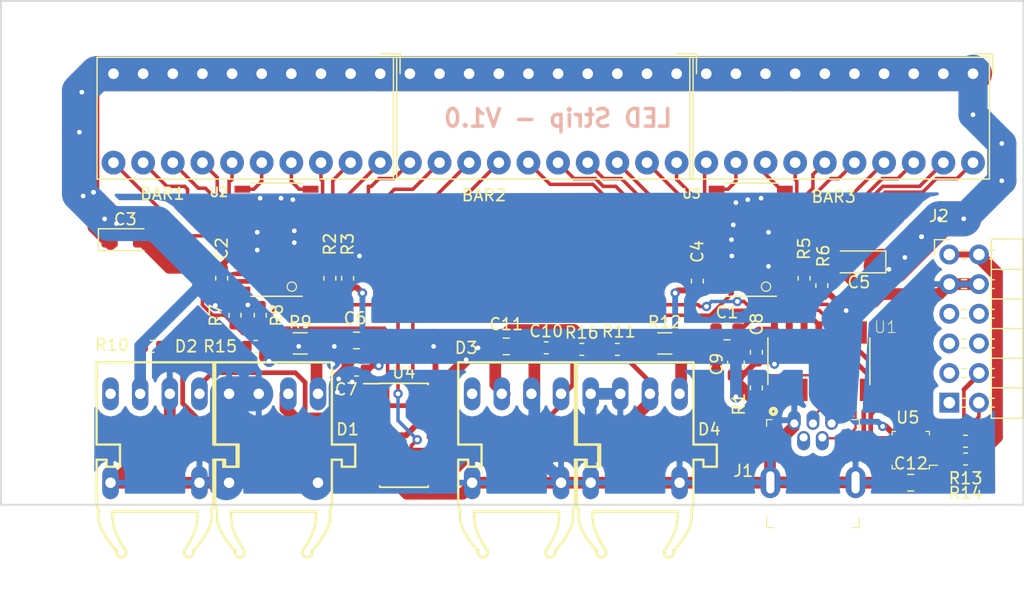
<source format=kicad_pcb>
(kicad_pcb (version 20171130) (host pcbnew 5.0.2-bee76a0~70~ubuntu18.04.1)
  (layers (0 F.Cu signal) (31 B.Cu signal) (34 B.Paste user) (35 F.Paste user) (36 B.SilkS user) (37 F.SilkS user) (38 B.Mask user) (39 F.Mask user) (44 Edge.Cuts user))
  (net 0 "")
  (net 1 "Net-(R2-Pad1)")
  (net 2 GND)
  (net 3 "Net-(BAR2-Pad14)")
  (net 4 "Net-(BAR2-Pad13)")
  (net 5 "Net-(BAR2-Pad12)")
  (net 6 "Net-(BAR2-Pad11)")
  (net 7 "Net-(BAR1-Pad20)")
  (net 8 "Net-(BAR1-Pad19)")
  (net 9 "Net-(BAR1-Pad18)")
  (net 10 "Net-(BAR1-Pad17)")
  (net 11 "Net-(BAR1-Pad16)")
  (net 12 "Net-(BAR1-Pad15)")
  (net 13 "Net-(BAR1-Pad14)")
  (net 14 "Net-(BAR1-Pad13)")
  (net 15 "Net-(BAR1-Pad12)")
  (net 16 "Net-(BAR1-Pad11)")
  (net 17 "Net-(R3-Pad1)")
  (net 18 "Net-(R7-Pad2)")
  (net 19 "Net-(R8-Pad2)")
  (net 20 +5V)
  (net 21 "Net-(R6-Pad1)")
  (net 22 "Net-(BAR2-Pad15)")
  (net 23 "Net-(BAR2-Pad16)")
  (net 24 "Net-(BAR2-Pad17)")
  (net 25 "Net-(BAR2-Pad18)")
  (net 26 "Net-(BAR2-Pad19)")
  (net 27 "Net-(BAR2-Pad20)")
  (net 28 "Net-(BAR3-Pad11)")
  (net 29 "Net-(BAR3-Pad12)")
  (net 30 "Net-(BAR3-Pad13)")
  (net 31 "Net-(BAR3-Pad14)")
  (net 32 "Net-(BAR3-Pad15)")
  (net 33 "Net-(BAR3-Pad16)")
  (net 34 "Net-(BAR3-Pad17)")
  (net 35 "Net-(BAR3-Pad18)")
  (net 36 "Net-(BAR3-Pad19)")
  (net 37 "Net-(BAR3-Pad20)")
  (net 38 "Net-(R5-Pad1)")
  (net 39 "Net-(U1-Pad2)")
  (net 40 "Net-(U1-Pad3)")
  (net 41 "Net-(R1-Pad2)")
  (net 42 "Net-(U1-Pad5)")
  (net 43 "Net-(U1-Pad7)")
  (net 44 "Net-(U1-Pad8)")
  (net 45 "Net-(C1-Pad2)")
  (net 46 "Net-(J1-Pad2)")
  (net 47 "Net-(J1-Pad3)")
  (net 48 "Net-(D4-Pad1)")
  (net 49 "Net-(D4-Pad2)")
  (net 50 "Net-(D3-Pad1)")
  (net 51 "Net-(D2-Pad1)")
  (net 52 "Net-(D1-Pad2)")
  (net 53 "Net-(D1-Pad1)")
  (net 54 "Net-(J2-Pad1)")
  (net 55 "Net-(J2-Pad2)")
  (net 56 "Net-(J2-Pad3)")
  (net 57 "Net-(J2-Pad4)")
  (net 58 "Net-(C12-Pad2)")
  (net 59 "Net-(J2-Pad7)")
  (net 60 "Net-(J2-Pad8)")
  (net 61 "Net-(J2-Pad9)")
  (net 62 "Net-(J2-Pad10)")
  (net 63 "Net-(J1-Pad4)")
  (net 64 "Net-(U2-Pad22)")
  (net 65 "Net-(U2-Pad23)")
  (module proj_footprints:HFBR25XX (layer F.Cu) (at 161.798 62.884 270)
    (fp_text reference D1 (at 3.048 -6.35 180) (layer F.SilkS) (effects (font (size 1.001724 1.001724) (thickness 0.1524))))
    (fp_text value HFBR1528)
    (pad 1 thru_hole oval (at 0 -3.81 270) (size 2.816 1.408) (drill 0.9) (layers *.Cu *.Mask) (net 53 "Net-(D1-Pad1)"))
    (pad 2 thru_hole oval (at 0 -1.27 270) (size 2.816 1.408) (drill 0.9) (layers *.Cu *.Mask) (net 52 "Net-(D1-Pad2)"))
    (pad 3 thru_hole oval (at 0 1.27 270) (size 2.816 1.408) (drill 0.9) (layers *.Cu *.Mask) (net 2 GND))
    (pad 4 thru_hole oval (at 0 3.81 270) (size 2.816 1.408) (drill 0.9) (layers *.Cu *.Mask) (net 2 GND))
    (pad 5 thru_hole oval (at 7.62 3.81 270) (size 2.816 1.408) (drill 0.9) (layers *.Cu *.Mask) (net 2 GND))
    (pad 8 thru_hole oval (at 7.62 -3.81 270) (size 2.816 1.408) (drill 0.9) (layers *.Cu *.Mask) (net 2 GND))
  )
  (module proj_footprints:SOT1172-2 (layer F.Cu) (at 202.692 49.676 90)
    (fp_text reference U3 (at 3.937 -5.08 180) (layer F.SilkS) (effects (font (size 0.787402 0.787402) (thickness 0.1524))))
    (fp_text value PCA9955TW)
    (pad CM smd rect (at 0 0 90) (size 5.75 2.45) (layers F.Cu F.Mask) (net 2 GND))
    (pad 28 smd rect (at -4.325 -2.925 90) (size 0.6 1.35) (layers F.Cu F.Paste F.Mask) (net 20 +5V))
    (pad 27 smd rect (at -3.575 -2.925 90) (size 0.4 1.35) (layers F.Cu F.Paste F.Mask) (net 19 "Net-(R8-Pad2)"))
    (pad 26 smd rect (at -2.925 -2.925 90) (size 0.4 1.35) (layers F.Cu F.Paste F.Mask) (net 18 "Net-(R7-Pad2)"))
    (pad 25 smd rect (at -2.275 -2.925 90) (size 0.4 1.35) (layers F.Cu F.Paste F.Mask) (net 21 "Net-(R6-Pad1)"))
    (pad 24 smd rect (at -1.625 -2.925 90) (size 0.4 1.35) (layers F.Cu F.Paste F.Mask) (net 2 GND))
    (pad 23 smd rect (at -0.975 -2.925 90) (size 0.4 1.35) (layers F.Cu F.Paste F.Mask) (net 22 "Net-(BAR2-Pad15)"))
    (pad 22 smd rect (at -0.325 -2.925 90) (size 0.4 1.35) (layers F.Cu F.Paste F.Mask) (net 23 "Net-(BAR2-Pad16)"))
    (pad 21 smd rect (at 0.325 -2.925 90) (size 0.4 1.35) (layers F.Cu F.Paste F.Mask) (net 24 "Net-(BAR2-Pad17)"))
    (pad 20 smd rect (at 0.975 -2.925 90) (size 0.4 1.35) (layers F.Cu F.Paste F.Mask) (net 25 "Net-(BAR2-Pad18)"))
    (pad 19 smd rect (at 1.625 -2.925 90) (size 0.4 1.35) (layers F.Cu F.Paste F.Mask) (net 2 GND))
    (pad 18 smd rect (at 2.275 -2.925 90) (size 0.4 1.35) (layers F.Cu F.Paste F.Mask) (net 26 "Net-(BAR2-Pad19)"))
    (pad 17 smd rect (at 2.925 -2.925 90) (size 0.4 1.35) (layers F.Cu F.Paste F.Mask) (net 27 "Net-(BAR2-Pad20)"))
    (pad 16 smd rect (at 3.575 -2.925 90) (size 0.4 1.35) (layers F.Cu F.Paste F.Mask) (net 28 "Net-(BAR3-Pad11)"))
    (pad 15 smd rect (at 4.325 -2.925 90) (size 0.6 1.35) (layers F.Cu F.Paste F.Mask) (net 29 "Net-(BAR3-Pad12)"))
    (pad 14 smd rect (at 4.325 2.925 90) (size 0.6 1.35) (layers F.Cu F.Paste F.Mask) (net 30 "Net-(BAR3-Pad13)"))
    (pad 13 smd rect (at 3.575 2.925 90) (size 0.4 1.35) (layers F.Cu F.Paste F.Mask) (net 31 "Net-(BAR3-Pad14)"))
    (pad 12 smd rect (at 2.925 2.925 90) (size 0.4 1.35) (layers F.Cu F.Paste F.Mask) (net 32 "Net-(BAR3-Pad15)"))
    (pad 11 smd rect (at 2.275 2.925 90) (size 0.4 1.35) (layers F.Cu F.Paste F.Mask) (net 33 "Net-(BAR3-Pad16)"))
    (pad 10 smd rect (at 1.625 2.925 90) (size 0.4 1.35) (layers F.Cu F.Paste F.Mask) (net 2 GND))
    (pad 9 smd rect (at 0.975 2.925 90) (size 0.4 1.35) (layers F.Cu F.Paste F.Mask) (net 34 "Net-(BAR3-Pad17)"))
    (pad 8 smd rect (at 0.325 2.925 90) (size 0.4 1.35) (layers F.Cu F.Paste F.Mask) (net 35 "Net-(BAR3-Pad18)"))
    (pad 7 smd rect (at -0.325 2.925 90) (size 0.4 1.35) (layers F.Cu F.Paste F.Mask) (net 36 "Net-(BAR3-Pad19)"))
    (pad 6 smd rect (at -0.975 2.925 90) (size 0.4 1.35) (layers F.Cu F.Paste F.Mask) (net 37 "Net-(BAR3-Pad20)"))
    (pad 5 smd rect (at -1.625 2.925 90) (size 0.4 1.35) (layers F.Cu F.Paste F.Mask) (net 2 GND))
    (pad 4 smd rect (at -2.275 2.925 90) (size 0.4 1.35) (layers F.Cu F.Paste F.Mask) (net 2 GND))
    (pad 3 smd rect (at -2.925 2.925 90) (size 0.4 1.35) (layers F.Cu F.Paste F.Mask) (net 2 GND))
    (pad 2 smd rect (at -3.575 2.925 90) (size 0.4 1.35) (layers F.Cu F.Paste F.Mask) (net 21 "Net-(R6-Pad1)"))
    (pad 1 smd rect (at -4.325 2.925 90) (size 0.6 1.35) (layers F.Cu F.Paste F.Mask) (net 38 "Net-(R5-Pad1)"))
  )
  (module proj_footprints:HFBR25XX (layer F.Cu) (at 151.638 62.884 270)
    (fp_text reference D2 (at -4.064 -2.667) (layer F.SilkS) (effects (font (size 1.001724 1.001724) (thickness 0.1524))))
    (fp_text value HFBR2528)
    (pad 1 thru_hole oval (at 0 -3.81 270) (size 2.816 1.408) (drill 0.9) (layers *.Cu *.Mask) (net 51 "Net-(D2-Pad1)"))
    (pad 2 thru_hole oval (at 0 -1.27 270) (size 2.816 1.408) (drill 0.9) (layers *.Cu *.Mask) (net 2 GND))
    (pad 3 thru_hole oval (at 0 1.27 270) (size 2.816 1.408) (drill 0.9) (layers *.Cu *.Mask) (net 20 +5V))
    (pad 4 thru_hole oval (at 0 3.81 270) (size 2.816 1.408) (drill 0.9) (layers *.Cu *.Mask))
    (pad 5 thru_hole oval (at 7.62 3.81 270) (size 2.816 1.408) (drill 0.9) (layers *.Cu *.Mask) (net 2 GND))
    (pad 8 thru_hole oval (at 7.62 -3.81 270) (size 2.816 1.408) (drill 0.9) (layers *.Cu *.Mask) (net 2 GND))
  )
  (module proj_footprints:HFBR25XX (layer F.Cu) (at 182.626 62.884 270)
    (fp_text reference D3 (at -3.937 4.318 180) (layer F.SilkS) (effects (font (size 1.001724 1.001724) (thickness 0.1524))))
    (fp_text value HFBR2528)
    (pad 1 thru_hole oval (at 0 -3.81 270) (size 2.816 1.408) (drill 0.9) (layers *.Cu *.Mask) (net 50 "Net-(D3-Pad1)"))
    (pad 2 thru_hole oval (at 0 -1.27 270) (size 2.816 1.408) (drill 0.9) (layers *.Cu *.Mask) (net 2 GND))
    (pad 3 thru_hole oval (at 0 1.27 270) (size 2.816 1.408) (drill 0.9) (layers *.Cu *.Mask) (net 20 +5V))
    (pad 4 thru_hole oval (at 0 3.81 270) (size 2.816 1.408) (drill 0.9) (layers *.Cu *.Mask))
    (pad 5 thru_hole oval (at 7.62 3.81 270) (size 2.816 1.408) (drill 0.9) (layers *.Cu *.Mask) (net 2 GND))
    (pad 8 thru_hole oval (at 7.62 -3.81 270) (size 2.816 1.408) (drill 0.9) (layers *.Cu *.Mask) (net 2 GND))
  )
  (module proj_footprints:HFBR25XX (layer F.Cu) (at 192.786 62.884 270)
    (fp_text reference D4 (at 3.048 -6.35) (layer F.SilkS) (effects (font (size 1.001724 1.001724) (thickness 0.1524))))
    (fp_text value HFBR1528)
    (pad 1 thru_hole oval (at 0 -3.81 270) (size 2.816 1.408) (drill 0.9) (layers *.Cu *.Mask) (net 48 "Net-(D4-Pad1)"))
    (pad 2 thru_hole oval (at 0 -1.27 270) (size 2.816 1.408) (drill 0.9) (layers *.Cu *.Mask) (net 49 "Net-(D4-Pad2)"))
    (pad 3 thru_hole oval (at 0 1.27 270) (size 2.816 1.408) (drill 0.9) (layers *.Cu *.Mask) (net 2 GND))
    (pad 4 thru_hole oval (at 0 3.81 270) (size 2.816 1.408) (drill 0.9) (layers *.Cu *.Mask) (net 2 GND))
    (pad 5 thru_hole oval (at 7.62 3.81 270) (size 2.816 1.408) (drill 0.9) (layers *.Cu *.Mask) (net 2 GND))
    (pad 8 thru_hole oval (at 7.62 -3.81 270) (size 2.816 1.408) (drill 0.9) (layers *.Cu *.Mask) (net 2 GND))
  )
  (module proj_footprints:SOT1172-2 (layer F.Cu) (at 162.052 49.676 90)
    (fp_text reference U2 (at 4.064 -4.953 180) (layer F.SilkS) (effects (font (size 0.787402 0.787402) (thickness 0.1524))))
    (fp_text value PCA9955TW)
    (pad CM smd rect (at 0 0 90) (size 5.75 2.45) (layers F.Cu F.Mask) (net 2 GND))
    (pad 28 smd rect (at -4.325 -2.925 90) (size 0.6 1.35) (layers F.Cu F.Paste F.Mask) (net 20 +5V))
    (pad 27 smd rect (at -3.575 -2.925 90) (size 0.4 1.35) (layers F.Cu F.Paste F.Mask) (net 19 "Net-(R8-Pad2)"))
    (pad 26 smd rect (at -2.925 -2.925 90) (size 0.4 1.35) (layers F.Cu F.Paste F.Mask) (net 18 "Net-(R7-Pad2)"))
    (pad 25 smd rect (at -2.275 -2.925 90) (size 0.4 1.35) (layers F.Cu F.Paste F.Mask) (net 17 "Net-(R3-Pad1)"))
    (pad 24 smd rect (at -1.625 -2.925 90) (size 0.4 1.35) (layers F.Cu F.Paste F.Mask) (net 2 GND))
    (pad 23 smd rect (at -0.975 -2.925 90) (size 0.4 1.35) (layers F.Cu F.Paste F.Mask) (net 65 "Net-(U2-Pad23)"))
    (pad 22 smd rect (at -0.325 -2.925 90) (size 0.4 1.35) (layers F.Cu F.Paste F.Mask) (net 64 "Net-(U2-Pad22)"))
    (pad 21 smd rect (at 0.325 -2.925 90) (size 0.4 1.35) (layers F.Cu F.Paste F.Mask) (net 16 "Net-(BAR1-Pad11)"))
    (pad 20 smd rect (at 0.975 -2.925 90) (size 0.4 1.35) (layers F.Cu F.Paste F.Mask) (net 15 "Net-(BAR1-Pad12)"))
    (pad 19 smd rect (at 1.625 -2.925 90) (size 0.4 1.35) (layers F.Cu F.Paste F.Mask) (net 2 GND))
    (pad 18 smd rect (at 2.275 -2.925 90) (size 0.4 1.35) (layers F.Cu F.Paste F.Mask) (net 14 "Net-(BAR1-Pad13)"))
    (pad 17 smd rect (at 2.925 -2.925 90) (size 0.4 1.35) (layers F.Cu F.Paste F.Mask) (net 13 "Net-(BAR1-Pad14)"))
    (pad 16 smd rect (at 3.575 -2.925 90) (size 0.4 1.35) (layers F.Cu F.Paste F.Mask) (net 12 "Net-(BAR1-Pad15)"))
    (pad 15 smd rect (at 4.325 -2.925 90) (size 0.6 1.35) (layers F.Cu F.Paste F.Mask) (net 11 "Net-(BAR1-Pad16)"))
    (pad 14 smd rect (at 4.325 2.925 90) (size 0.6 1.35) (layers F.Cu F.Paste F.Mask) (net 10 "Net-(BAR1-Pad17)"))
    (pad 13 smd rect (at 3.575 2.925 90) (size 0.4 1.35) (layers F.Cu F.Paste F.Mask) (net 9 "Net-(BAR1-Pad18)"))
    (pad 12 smd rect (at 2.925 2.925 90) (size 0.4 1.35) (layers F.Cu F.Paste F.Mask) (net 8 "Net-(BAR1-Pad19)"))
    (pad 11 smd rect (at 2.275 2.925 90) (size 0.4 1.35) (layers F.Cu F.Paste F.Mask) (net 7 "Net-(BAR1-Pad20)"))
    (pad 10 smd rect (at 1.625 2.925 90) (size 0.4 1.35) (layers F.Cu F.Paste F.Mask) (net 2 GND))
    (pad 9 smd rect (at 0.975 2.925 90) (size 0.4 1.35) (layers F.Cu F.Paste F.Mask) (net 6 "Net-(BAR2-Pad11)"))
    (pad 8 smd rect (at 0.325 2.925 90) (size 0.4 1.35) (layers F.Cu F.Paste F.Mask) (net 5 "Net-(BAR2-Pad12)"))
    (pad 7 smd rect (at -0.325 2.925 90) (size 0.4 1.35) (layers F.Cu F.Paste F.Mask) (net 4 "Net-(BAR2-Pad13)"))
    (pad 6 smd rect (at -0.975 2.925 90) (size 0.4 1.35) (layers F.Cu F.Paste F.Mask) (net 3 "Net-(BAR2-Pad14)"))
    (pad 5 smd rect (at -1.625 2.925 90) (size 0.4 1.35) (layers F.Cu F.Paste F.Mask) (net 2 GND))
    (pad 4 smd rect (at -2.275 2.925 90) (size 0.4 1.35) (layers F.Cu F.Paste F.Mask) (net 17 "Net-(R3-Pad1)"))
    (pad 3 smd rect (at -2.925 2.925 90) (size 0.4 1.35) (layers F.Cu F.Paste F.Mask) (net 2 GND))
    (pad 2 smd rect (at -3.575 2.925 90) (size 0.4 1.35) (layers F.Cu F.Paste F.Mask) (net 17 "Net-(R3-Pad1)"))
    (pad 1 smd rect (at -4.325 2.925 90) (size 0.6 1.35) (layers F.Cu F.Paste F.Mask) (net 1 "Net-(R2-Pad1)"))
  )
  (module proj_footprints:HLCP-J100 (layer F.Cu) (at 170.942 35.452 270)
    (fp_text reference BAR1 (at 10.287 18.669) (layer F.SilkS))
    (fp_text value HLCP-J100_2)
    (pad 20 thru_hole circle (at 7.62 0 180) (size 2.032 2.032) (drill 0.9144) (layers *.Cu *.Mask) (net 7 "Net-(BAR1-Pad20)"))
    (pad 19 thru_hole circle (at 7.62 2.54 180) (size 2.032 2.032) (drill 0.9144) (layers *.Cu *.Mask) (net 8 "Net-(BAR1-Pad19)"))
    (pad 18 thru_hole circle (at 7.62 5.08 180) (size 2.032 2.032) (drill 0.9144) (layers *.Cu *.Mask) (net 9 "Net-(BAR1-Pad18)"))
    (pad 17 thru_hole circle (at 7.62 7.62 180) (size 2.032 2.032) (drill 0.9144) (layers *.Cu *.Mask) (net 10 "Net-(BAR1-Pad17)"))
    (pad 9 thru_hole circle (at 0 20.32 180) (size 2.032 2.032) (drill 0.9144) (layers *.Cu *.Mask) (net 20 +5V))
    (pad 10 thru_hole circle (at 0 22.86 180) (size 2.032 2.032) (drill 0.9144) (layers *.Cu *.Mask) (net 20 +5V))
    (pad 11 thru_hole circle (at 7.62 22.86 180) (size 2.032 2.032) (drill 0.9144) (layers *.Cu *.Mask) (net 16 "Net-(BAR1-Pad11)"))
    (pad 12 thru_hole circle (at 7.62 20.32 180) (size 2.032 2.032) (drill 0.9144) (layers *.Cu *.Mask) (net 15 "Net-(BAR1-Pad12)"))
    (pad 8 thru_hole circle (at 0 17.78 180) (size 2.032 2.032) (drill 0.9144) (layers *.Cu *.Mask) (net 20 +5V))
    (pad 7 thru_hole circle (at 0 15.24 180) (size 2.032 2.032) (drill 0.9144) (layers *.Cu *.Mask) (net 20 +5V))
    (pad 6 thru_hole circle (at 0 12.7 180) (size 2.032 2.032) (drill 0.9144) (layers *.Cu *.Mask) (net 20 +5V))
    (pad 5 thru_hole circle (at 0 10.16 180) (size 2.032 2.032) (drill 0.9144) (layers *.Cu *.Mask) (net 20 +5V))
    (pad 16 thru_hole circle (at 7.62 10.16 180) (size 2.032 2.032) (drill 0.9144) (layers *.Cu *.Mask) (net 11 "Net-(BAR1-Pad16)"))
    (pad 15 thru_hole circle (at 7.62 12.7 180) (size 2.032 2.032) (drill 0.9144) (layers *.Cu *.Mask) (net 12 "Net-(BAR1-Pad15)"))
    (pad 14 thru_hole circle (at 7.62 15.24 180) (size 2.032 2.032) (drill 0.9144) (layers *.Cu *.Mask) (net 13 "Net-(BAR1-Pad14)"))
    (pad 13 thru_hole circle (at 7.62 17.78 180) (size 2.032 2.032) (drill 0.9144) (layers *.Cu *.Mask) (net 14 "Net-(BAR1-Pad13)"))
    (pad 4 thru_hole circle (at 0 7.62 180) (size 2.032 2.032) (drill 0.9144) (layers *.Cu *.Mask) (net 20 +5V))
    (pad 3 thru_hole circle (at 0 5.08 180) (size 2.032 2.032) (drill 0.9144) (layers *.Cu *.Mask) (net 20 +5V))
    (pad 2 thru_hole circle (at 0 2.54 180) (size 2.032 2.032) (drill 0.9144) (layers *.Cu *.Mask) (net 20 +5V))
    (pad 1 thru_hole rect (at 0 0 180) (size 2.032 2.032) (drill 0.9144) (layers *.Cu *.Mask) (net 20 +5V))
  )
  (module proj_footprints:HLCP-J100 (layer F.Cu) (at 221.742 35.452 270)
    (fp_text reference BAR3 (at 10.541 11.938) (layer F.SilkS))
    (fp_text value HLCP-J100_2)
    (pad 20 thru_hole circle (at 7.62 0 180) (size 2.032 2.032) (drill 0.9144) (layers *.Cu *.Mask) (net 37 "Net-(BAR3-Pad20)"))
    (pad 19 thru_hole circle (at 7.62 2.54 180) (size 2.032 2.032) (drill 0.9144) (layers *.Cu *.Mask) (net 36 "Net-(BAR3-Pad19)"))
    (pad 18 thru_hole circle (at 7.62 5.08 180) (size 2.032 2.032) (drill 0.9144) (layers *.Cu *.Mask) (net 35 "Net-(BAR3-Pad18)"))
    (pad 17 thru_hole circle (at 7.62 7.62 180) (size 2.032 2.032) (drill 0.9144) (layers *.Cu *.Mask) (net 34 "Net-(BAR3-Pad17)"))
    (pad 9 thru_hole circle (at 0 20.32 180) (size 2.032 2.032) (drill 0.9144) (layers *.Cu *.Mask) (net 20 +5V))
    (pad 10 thru_hole circle (at 0 22.86 180) (size 2.032 2.032) (drill 0.9144) (layers *.Cu *.Mask) (net 20 +5V))
    (pad 11 thru_hole circle (at 7.62 22.86 180) (size 2.032 2.032) (drill 0.9144) (layers *.Cu *.Mask) (net 28 "Net-(BAR3-Pad11)"))
    (pad 12 thru_hole circle (at 7.62 20.32 180) (size 2.032 2.032) (drill 0.9144) (layers *.Cu *.Mask) (net 29 "Net-(BAR3-Pad12)"))
    (pad 8 thru_hole circle (at 0 17.78 180) (size 2.032 2.032) (drill 0.9144) (layers *.Cu *.Mask) (net 20 +5V))
    (pad 7 thru_hole circle (at 0 15.24 180) (size 2.032 2.032) (drill 0.9144) (layers *.Cu *.Mask) (net 20 +5V))
    (pad 6 thru_hole circle (at 0 12.7 180) (size 2.032 2.032) (drill 0.9144) (layers *.Cu *.Mask) (net 20 +5V))
    (pad 5 thru_hole circle (at 0 10.16 180) (size 2.032 2.032) (drill 0.9144) (layers *.Cu *.Mask) (net 20 +5V))
    (pad 16 thru_hole circle (at 7.62 10.16 180) (size 2.032 2.032) (drill 0.9144) (layers *.Cu *.Mask) (net 33 "Net-(BAR3-Pad16)"))
    (pad 15 thru_hole circle (at 7.62 12.7 180) (size 2.032 2.032) (drill 0.9144) (layers *.Cu *.Mask) (net 32 "Net-(BAR3-Pad15)"))
    (pad 14 thru_hole circle (at 7.62 15.24 180) (size 2.032 2.032) (drill 0.9144) (layers *.Cu *.Mask) (net 31 "Net-(BAR3-Pad14)"))
    (pad 13 thru_hole circle (at 7.62 17.78 180) (size 2.032 2.032) (drill 0.9144) (layers *.Cu *.Mask) (net 30 "Net-(BAR3-Pad13)"))
    (pad 4 thru_hole circle (at 0 7.62 180) (size 2.032 2.032) (drill 0.9144) (layers *.Cu *.Mask) (net 20 +5V))
    (pad 3 thru_hole circle (at 0 5.08 180) (size 2.032 2.032) (drill 0.9144) (layers *.Cu *.Mask) (net 20 +5V))
    (pad 2 thru_hole circle (at 0 2.54 180) (size 2.032 2.032) (drill 0.9144) (layers *.Cu *.Mask) (net 20 +5V))
    (pad 1 thru_hole rect (at 0 0 180) (size 2.032 2.032) (drill 0.9144) (layers *.Cu *.Mask) (net 20 +5V))
  )
  (module proj_footprints:HLCP-J100 (layer F.Cu) (at 196.342 35.452 270)
    (fp_text reference BAR2 (at 10.414 16.51) (layer F.SilkS))
    (fp_text value HLCP-J100_2)
    (pad 20 thru_hole circle (at 7.62 0 180) (size 2.032 2.032) (drill 0.9144) (layers *.Cu *.Mask) (net 27 "Net-(BAR2-Pad20)"))
    (pad 19 thru_hole circle (at 7.62 2.54 180) (size 2.032 2.032) (drill 0.9144) (layers *.Cu *.Mask) (net 26 "Net-(BAR2-Pad19)"))
    (pad 18 thru_hole circle (at 7.62 5.08 180) (size 2.032 2.032) (drill 0.9144) (layers *.Cu *.Mask) (net 25 "Net-(BAR2-Pad18)"))
    (pad 17 thru_hole circle (at 7.62 7.62 180) (size 2.032 2.032) (drill 0.9144) (layers *.Cu *.Mask) (net 24 "Net-(BAR2-Pad17)"))
    (pad 9 thru_hole circle (at 0 20.32 180) (size 2.032 2.032) (drill 0.9144) (layers *.Cu *.Mask) (net 20 +5V))
    (pad 10 thru_hole circle (at 0 22.86 180) (size 2.032 2.032) (drill 0.9144) (layers *.Cu *.Mask) (net 20 +5V))
    (pad 11 thru_hole circle (at 7.62 22.86 180) (size 2.032 2.032) (drill 0.9144) (layers *.Cu *.Mask) (net 6 "Net-(BAR2-Pad11)"))
    (pad 12 thru_hole circle (at 7.62 20.32 180) (size 2.032 2.032) (drill 0.9144) (layers *.Cu *.Mask) (net 5 "Net-(BAR2-Pad12)"))
    (pad 8 thru_hole circle (at 0 17.78 180) (size 2.032 2.032) (drill 0.9144) (layers *.Cu *.Mask) (net 20 +5V))
    (pad 7 thru_hole circle (at 0 15.24 180) (size 2.032 2.032) (drill 0.9144) (layers *.Cu *.Mask) (net 20 +5V))
    (pad 6 thru_hole circle (at 0 12.7 180) (size 2.032 2.032) (drill 0.9144) (layers *.Cu *.Mask) (net 20 +5V))
    (pad 5 thru_hole circle (at 0 10.16 180) (size 2.032 2.032) (drill 0.9144) (layers *.Cu *.Mask) (net 20 +5V))
    (pad 16 thru_hole circle (at 7.62 10.16 180) (size 2.032 2.032) (drill 0.9144) (layers *.Cu *.Mask) (net 23 "Net-(BAR2-Pad16)"))
    (pad 15 thru_hole circle (at 7.62 12.7 180) (size 2.032 2.032) (drill 0.9144) (layers *.Cu *.Mask) (net 22 "Net-(BAR2-Pad15)"))
    (pad 14 thru_hole circle (at 7.62 15.24 180) (size 2.032 2.032) (drill 0.9144) (layers *.Cu *.Mask) (net 3 "Net-(BAR2-Pad14)"))
    (pad 13 thru_hole circle (at 7.62 17.78 180) (size 2.032 2.032) (drill 0.9144) (layers *.Cu *.Mask) (net 4 "Net-(BAR2-Pad13)"))
    (pad 4 thru_hole circle (at 0 7.62 180) (size 2.032 2.032) (drill 0.9144) (layers *.Cu *.Mask) (net 20 +5V))
    (pad 3 thru_hole circle (at 0 5.08 180) (size 2.032 2.032) (drill 0.9144) (layers *.Cu *.Mask) (net 20 +5V))
    (pad 2 thru_hole circle (at 0 2.54 180) (size 2.032 2.032) (drill 0.9144) (layers *.Cu *.Mask) (net 20 +5V))
    (pad 1 thru_hole rect (at 0 0 180) (size 2.032 2.032) (drill 0.9144) (layers *.Cu *.Mask) (net 20 +5V))
  )
  (module proj_footprints:USB_Mini_B_Female_548190519 (layer F.Cu) (at 208.026 65.424 90)
    (fp_text reference J1 (at -4.064 -5.969 180) (layer F.SilkS))
    (fp_text value "Molex USB mini B 0548190519")
    (pad 6 thru_hole oval (at -5.05 3.65 90) (size 2.7 1.7) (drill oval 1.9 0.7) (layers *.Cu *.Mask) (net 2 GND))
    (pad 6 thru_hole oval (at -5.05 -3.65 90) (size 2.7 1.7) (drill oval 1.9 0.7) (layers *.Cu *.Mask) (net 2 GND))
    (pad 2 thru_hole oval (at -1.2 0.8 90) (size 1.65 1.1) (drill 0.7 (offset -0.275 0)) (layers *.Cu *.Mask) (net 46 "Net-(J1-Pad2)"))
    (pad 4 thru_hole oval (at -1.2 -0.8 90) (size 1.65 1.1) (drill 0.7 (offset -0.275 0)) (layers *.Cu *.Mask) (net 63 "Net-(J1-Pad4)"))
    (pad 1 thru_hole oval (at 0 1.6 90) (size 1.65 1.1) (drill 0.7 (offset 0.275 0)) (layers *.Cu *.Mask) (net 20 +5V))
    (pad 5 thru_hole oval (at 0 -1.6 90) (size 1.65 1.1) (drill 0.7 (offset 0.275 0)) (layers *.Cu *.Mask) (net 2 GND))
    (pad 3 thru_hole oval (at 0 0 90) (size 1.65 1.1) (drill 0.7 (offset 0.275 0)) (layers *.Cu *.Mask) (net 47 "Net-(J1-Pad3)"))
  )
  (module Resistor_SMD:R_1206_3216Metric (layer F.Cu) (at 195.326 58.566)
    (fp_text reference R12 (at 0 -1.82) (layer F.SilkS))
    (fp_text value 90)
    (pad 2 smd roundrect (at 1.4 0) (size 1.25 1.75) (layers F.Cu F.Paste F.Mask) (roundrect_rratio 0.2) (net 48 "Net-(D4-Pad1)"))
    (pad 1 smd roundrect (at -1.4 0) (size 1.25 1.75) (layers F.Cu F.Paste F.Mask) (roundrect_rratio 0.2) (net 20 +5V))
  )
  (module Resistor_SMD:R_1206_3216Metric (layer F.Cu) (at 164.084 58.566)
    (fp_text reference R9 (at 0 -1.82) (layer F.SilkS))
    (fp_text value 90)
    (pad 2 smd roundrect (at 1.4 0) (size 1.25 1.75) (layers F.Cu F.Paste F.Mask) (roundrect_rratio 0.2) (net 53 "Net-(D1-Pad1)"))
    (pad 1 smd roundrect (at -1.4 0) (size 1.25 1.75) (layers F.Cu F.Paste F.Mask) (roundrect_rratio 0.2) (net 20 +5V))
  )
  (module Package_SO:SOIC-14_3.9x8.7mm_P1.27mm (layer F.Cu) (at 172.974 66.44)
    (fp_text reference U4 (at 0 -5.375) (layer F.SilkS))
    (fp_text value SN74LS07N)
    (pad 14 smd rect (at 2.7 -3.81) (size 1.5 0.6) (layers F.Cu F.Paste F.Mask) (net 20 +5V))
    (pad 13 smd rect (at 2.7 -2.54) (size 1.5 0.6) (layers F.Cu F.Paste F.Mask) (net 18 "Net-(R7-Pad2)"))
    (pad 12 smd rect (at 2.7 -1.27) (size 1.5 0.6) (layers F.Cu F.Paste F.Mask) (net 52 "Net-(D1-Pad2)"))
    (pad 11 smd rect (at 2.7 0) (size 1.5 0.6) (layers F.Cu F.Paste F.Mask) (net 50 "Net-(D3-Pad1)"))
    (pad 10 smd rect (at 2.7 1.27) (size 1.5 0.6) (layers F.Cu F.Paste F.Mask) (net 19 "Net-(R8-Pad2)"))
    (pad 9 smd rect (at 2.7 2.54) (size 1.5 0.6) (layers F.Cu F.Paste F.Mask) (net 19 "Net-(R8-Pad2)"))
    (pad 8 smd rect (at 2.7 3.81) (size 1.5 0.6) (layers F.Cu F.Paste F.Mask) (net 49 "Net-(D4-Pad2)"))
    (pad 7 smd rect (at -2.7 3.81) (size 1.5 0.6) (layers F.Cu F.Paste F.Mask) (net 2 GND))
    (pad 6 smd rect (at -2.7 2.54) (size 1.5 0.6) (layers F.Cu F.Paste F.Mask) (net 49 "Net-(D4-Pad2)"))
    (pad 5 smd rect (at -2.7 1.27) (size 1.5 0.6) (layers F.Cu F.Paste F.Mask) (net 19 "Net-(R8-Pad2)"))
    (pad 4 smd rect (at -2.7 0) (size 1.5 0.6) (layers F.Cu F.Paste F.Mask) (net 52 "Net-(D1-Pad2)"))
    (pad 3 smd rect (at -2.7 -1.27) (size 1.5 0.6) (layers F.Cu F.Paste F.Mask) (net 18 "Net-(R7-Pad2)"))
    (pad 2 smd rect (at -2.7 -2.54) (size 1.5 0.6) (layers F.Cu F.Paste F.Mask) (net 18 "Net-(R7-Pad2)"))
    (pad 1 smd rect (at -2.7 -3.81) (size 1.5 0.6) (layers F.Cu F.Paste F.Mask) (net 51 "Net-(D2-Pad1)"))
  )
  (module Capacitor_SMD:C_0603_1608Metric (layer F.Cu) (at 168.91 60.852)
    (fp_text reference C7 (at -0.889 1.651) (layer F.SilkS))
    (fp_text value 100n)
    (pad 2 smd roundrect (at 0.7875 0) (size 0.875 0.95) (layers F.Cu F.Paste F.Mask) (net 20 +5V))
    (pad 1 smd roundrect (at -0.7875 0) (size 0.875 0.95) (layers F.Cu F.Paste F.Mask) (net 2 GND))
  )
  (module Capacitor_SMD:C_0603_1608Metric (layer F.Cu) (at 203.1746 59.328 270)
    (fp_text reference C8 (at -2.413 -0.0254 270) (layer F.SilkS))
    (fp_text value 100n)
    (pad 2 smd roundrect (at 0.7875 0 270) (size 0.875 0.95) (layers F.Cu F.Paste F.Mask) (net 20 +5V))
    (pad 1 smd roundrect (at -0.7875 0 270) (size 0.875 0.95) (layers F.Cu F.Paste F.Mask) (net 2 GND))
  )
  (module Capacitor_SMD:C_0603_1608Metric (layer F.Cu) (at 185.166 58.947)
    (fp_text reference C10 (at 0 -1.43) (layer F.SilkS))
    (fp_text value 100n)
    (pad 2 smd roundrect (at 0.7875 0) (size 0.875 0.95) (layers F.Cu F.Paste F.Mask) (net 20 +5V))
    (pad 1 smd roundrect (at -0.7875 0) (size 0.875 0.95) (layers F.Cu F.Paste F.Mask) (net 2 GND))
  )
  (module Capacitor_SMD:C_0603_1608Metric (layer F.Cu) (at 198.12 53.232 270)
    (fp_text reference C4 (at -2.54 0 270) (layer F.SilkS))
    (fp_text value 100n)
    (pad 2 smd roundrect (at 0.7875 0 270) (size 0.875 0.95) (layers F.Cu F.Paste F.Mask) (net 20 +5V))
    (pad 1 smd roundrect (at -0.7875 0 270) (size 0.875 0.95) (layers F.Cu F.Paste F.Mask) (net 2 GND))
  )
  (module Capacitor_SMD:C_0603_1608Metric (layer F.Cu) (at 157.353 52.978 270)
    (fp_text reference C2 (at -2.54 0 270) (layer F.SilkS))
    (fp_text value 100n)
    (pad 2 smd roundrect (at 0.7875 0 270) (size 0.875 0.95) (layers F.Cu F.Paste F.Mask) (net 20 +5V))
    (pad 1 smd roundrect (at -0.7875 0 270) (size 0.875 0.95) (layers F.Cu F.Paste F.Mask) (net 2 GND))
  )
  (module Capacitor_SMD:C_0805_2012Metric (layer F.Cu) (at 201.422 60.344 270)
    (fp_text reference C9 (at 0 1.651 270) (layer F.SilkS))
    (fp_text value 1u)
    (pad 2 smd roundrect (at 0.9375 0 270) (size 0.975 1.4) (layers F.Cu F.Paste F.Mask) (net 20 +5V))
    (pad 1 smd roundrect (at -0.9375 0 270) (size 0.975 1.4) (layers F.Cu F.Paste F.Mask) (net 2 GND))
  )
  (module Capacitor_SMD:C_0805_2012Metric (layer F.Cu) (at 181.737 58.82 180)
    (fp_text reference C11 (at 0 1.905 180) (layer F.SilkS))
    (fp_text value 1u)
    (pad 2 smd roundrect (at 0.9375 0 180) (size 0.975 1.4) (layers F.Cu F.Paste F.Mask) (net 20 +5V))
    (pad 1 smd roundrect (at -0.9375 0 180) (size 0.975 1.4) (layers F.Cu F.Paste F.Mask) (net 2 GND))
  )
  (module Capacitor_SMD:C_0805_2012Metric (layer F.Cu) (at 216.408 70.504)
    (fp_text reference C12 (at 0 -1.65) (layer F.SilkS))
    (fp_text value 1u)
    (pad 2 smd roundrect (at 0.9375 0) (size 0.975 1.4) (layers F.Cu F.Paste F.Mask) (net 58 "Net-(C12-Pad2)"))
    (pad 1 smd roundrect (at -0.9375 0) (size 0.975 1.4) (layers F.Cu F.Paste F.Mask) (net 2 GND))
  )
  (module Capacitor_SMD:C_0805_2012Metric (layer F.Cu) (at 168.91 58.312 180)
    (fp_text reference C6 (at 0.127 1.905 180) (layer F.SilkS))
    (fp_text value 1u)
    (pad 2 smd roundrect (at 0.9375 0 180) (size 0.975 1.4) (layers F.Cu F.Paste F.Mask) (net 20 +5V))
    (pad 1 smd roundrect (at -0.9375 0 180) (size 0.975 1.4) (layers F.Cu F.Paste F.Mask) (net 2 GND))
  )
  (module Capacitor_SMD:C_0805_2012Metric (layer F.Cu) (at 200.66 57.55)
    (fp_text reference C1 (at 0 -1.65) (layer F.SilkS))
    (fp_text value 470nT)
    (pad 2 smd roundrect (at 0.9375 0) (size 0.975 1.4) (layers F.Cu F.Paste F.Mask) (net 45 "Net-(C1-Pad2)"))
    (pad 1 smd roundrect (at -0.9375 0) (size 0.975 1.4) (layers F.Cu F.Paste F.Mask) (net 2 GND))
  )
  (module Capacitor_Tantalum_SMD:CP_EIA-3216-10_Kemet-I (layer F.Cu) (at 211.963 51.581 180)
    (fp_text reference C5 (at 0 -1.75 180) (layer F.SilkS))
    (fp_text value 10u)
    (pad 2 smd roundrect (at 1.35 0 180) (size 1.4 1.35) (layers F.Cu F.Paste F.Mask) (roundrect_rratio 0.185185) (net 2 GND))
    (pad 1 smd roundrect (at -1.35 0 180) (size 1.4 1.35) (layers F.Cu F.Paste F.Mask) (roundrect_rratio 0.185185) (net 20 +5V))
  )
  (module Capacitor_Tantalum_SMD:CP_EIA-3216-10_Kemet-I (layer F.Cu) (at 149.098 49.676)
    (fp_text reference C3 (at 0 -1.75) (layer F.SilkS))
    (fp_text value 10u)
    (pad 2 smd roundrect (at 1.35 0) (size 1.4 1.35) (layers F.Cu F.Paste F.Mask) (roundrect_rratio 0.185185) (net 2 GND))
    (pad 1 smd roundrect (at -1.35 0) (size 1.4 1.35) (layers F.Cu F.Paste F.Mask) (roundrect_rratio 0.185185) (net 20 +5V))
  )
  (module Resistor_SMD:R_0603_1608Metric (layer F.Cu) (at 166.624 52.978 90)
    (fp_text reference R2 (at 2.921 0 90) (layer F.SilkS))
    (fp_text value R_Small)
    (pad 2 smd roundrect (at 0.7875 0 90) (size 0.875 0.95) (layers F.Cu F.Paste F.Mask) (net 2 GND))
    (pad 1 smd roundrect (at -0.7875 0 90) (size 0.875 0.95) (layers F.Cu F.Paste F.Mask) (net 1 "Net-(R2-Pad1)"))
  )
  (module Resistor_SMD:R_0603_1608Metric (layer F.Cu) (at 160.655 56.153 270)
    (fp_text reference R8 (at 0 -1.43 270) (layer F.SilkS))
    (fp_text value 1k6)
    (pad 2 smd roundrect (at 0.7875 0 270) (size 0.875 0.95) (layers F.Cu F.Paste F.Mask) (net 19 "Net-(R8-Pad2)"))
    (pad 1 smd roundrect (at -0.7875 0 270) (size 0.875 0.95) (layers F.Cu F.Paste F.Mask) (net 20 +5V))
  )
  (module Resistor_SMD:R_0603_1608Metric (layer F.Cu) (at 158.496 56.153 270)
    (fp_text reference R7 (at 0 1.651 270) (layer F.SilkS))
    (fp_text value 1k6)
    (pad 2 smd roundrect (at 0.7875 0 270) (size 0.875 0.95) (layers F.Cu F.Paste F.Mask) (net 18 "Net-(R7-Pad2)"))
    (pad 1 smd roundrect (at -0.7875 0 270) (size 0.875 0.95) (layers F.Cu F.Paste F.Mask) (net 20 +5V))
  )
  (module Resistor_SMD:R_0603_1608Metric (layer F.Cu) (at 208.788 53.613 270)
    (fp_text reference R6 (at -2.54 -0.127 270) (layer F.SilkS))
    (fp_text value 10k)
    (pad 2 smd roundrect (at 0.7875 0 270) (size 0.875 0.95) (layers F.Cu F.Paste F.Mask) (net 20 +5V))
    (pad 1 smd roundrect (at -0.7875 0 270) (size 0.875 0.95) (layers F.Cu F.Paste F.Mask) (net 21 "Net-(R6-Pad1)"))
  )
  (module Resistor_SMD:R_0603_1608Metric (layer F.Cu) (at 207.264 52.978 90)
    (fp_text reference R5 (at 2.54 0 90) (layer F.SilkS))
    (fp_text value R_Small)
    (pad 2 smd roundrect (at 0.7875 0 90) (size 0.875 0.95) (layers F.Cu F.Paste F.Mask) (net 2 GND))
    (pad 1 smd roundrect (at -0.7875 0 90) (size 0.875 0.95) (layers F.Cu F.Paste F.Mask) (net 38 "Net-(R5-Pad1)"))
  )
  (module Resistor_SMD:R_0603_1608Metric (layer F.Cu) (at 168.148 52.978 270)
    (fp_text reference R3 (at -2.921 0 270) (layer F.SilkS))
    (fp_text value 10k)
    (pad 2 smd roundrect (at 0.7875 0 270) (size 0.875 0.95) (layers F.Cu F.Paste F.Mask) (net 20 +5V))
    (pad 1 smd roundrect (at -0.7875 0 270) (size 0.875 0.95) (layers F.Cu F.Paste F.Mask) (net 17 "Net-(R3-Pad1)"))
  )
  (module Resistor_SMD:R_0603_1608Metric (layer F.Cu) (at 203.1746 62.376 90)
    (fp_text reference R1 (at -1.397 -1.4986 90) (layer F.SilkS))
    (fp_text value 10k)
    (pad 2 smd roundrect (at 0.7875 0 90) (size 0.875 0.95) (layers F.Cu F.Paste F.Mask) (net 41 "Net-(R1-Pad2)"))
    (pad 1 smd roundrect (at -0.7875 0 90) (size 0.875 0.95) (layers F.Cu F.Paste F.Mask) (net 20 +5V))
  )
  (module Resistor_SMD:R_0603_1608Metric (layer F.Cu) (at 151.384 58.82 180)
    (fp_text reference R10 (at 3.429 0.127 180) (layer F.SilkS))
    (fp_text value 2k)
    (pad 2 smd roundrect (at 0.7875 0 180) (size 0.875 0.95) (layers F.Cu F.Paste F.Mask) (net 20 +5V))
    (pad 1 smd roundrect (at -0.7875 0 180) (size 0.875 0.95) (layers F.Cu F.Paste F.Mask) (net 52 "Net-(D1-Pad2)"))
  )
  (module Resistor_SMD:R_0603_1608Metric (layer F.Cu) (at 191.262 59.074 180)
    (fp_text reference R11 (at -0.127 1.524 180) (layer F.SilkS))
    (fp_text value 2k)
    (pad 2 smd roundrect (at 0.7875 0 180) (size 0.875 0.95) (layers F.Cu F.Paste F.Mask) (net 20 +5V))
    (pad 1 smd roundrect (at -0.7875 0 180) (size 0.875 0.95) (layers F.Cu F.Paste F.Mask) (net 49 "Net-(D4-Pad2)"))
  )
  (module Resistor_SMD:R_0603_1608Metric (layer F.Cu) (at 221.107 66.948)
    (fp_text reference R13 (at 0 3.175) (layer F.SilkS))
    (fp_text value 1k6)
    (pad 2 smd roundrect (at 0.7875 0) (size 0.875 0.95) (layers F.Cu F.Paste F.Mask) (net 58 "Net-(C12-Pad2)"))
    (pad 1 smd roundrect (at -0.7875 0) (size 0.875 0.95) (layers F.Cu F.Paste F.Mask) (net 60 "Net-(J2-Pad8)"))
  )
  (module Resistor_SMD:R_0603_1608Metric (layer F.Cu) (at 221.107 68.472)
    (fp_text reference R14 (at 0 2.921) (layer F.SilkS))
    (fp_text value 1k6)
    (pad 2 smd roundrect (at 0.7875 0) (size 0.875 0.95) (layers F.Cu F.Paste F.Mask) (net 58 "Net-(C12-Pad2)"))
    (pad 1 smd roundrect (at -0.7875 0) (size 0.875 0.95) (layers F.Cu F.Paste F.Mask) (net 59 "Net-(J2-Pad7)"))
  )
  (module Resistor_SMD:R_0603_1608Metric (layer F.Cu) (at 160.274 58.82)
    (fp_text reference R15 (at -3.048 0) (layer F.SilkS))
    (fp_text value 10k)
    (pad 2 smd roundrect (at 0.7875 0) (size 0.875 0.95) (layers F.Cu F.Paste F.Mask) (net 20 +5V))
    (pad 1 smd roundrect (at -0.7875 0) (size 0.875 0.95) (layers F.Cu F.Paste F.Mask) (net 51 "Net-(D2-Pad1)"))
  )
  (module Resistor_SMD:R_0603_1608Metric (layer F.Cu) (at 188.214 59.074)
    (fp_text reference R16 (at 0 -1.43) (layer F.SilkS))
    (fp_text value 10k)
    (pad 2 smd roundrect (at 0.7875 0) (size 0.875 0.95) (layers F.Cu F.Paste F.Mask) (net 20 +5V))
    (pad 1 smd roundrect (at -0.7875 0) (size 0.875 0.95) (layers F.Cu F.Paste F.Mask) (net 50 "Net-(D3-Pad1)"))
  )
  (module digikey-footprints:TSSOP-8_W3mm (layer F.Cu) (at 216.408 67.71 90)
    (fp_text reference U5 (at 2.794 -0.254 180) (layer F.SilkS))
    (fp_text value PCA9617A)
    (pad 8 smd rect (at -0.975 -2.2 90) (size 0.45 1.45) (layers F.Cu F.Paste F.Mask) (net 20 +5V))
    (pad 7 smd rect (at -0.325 -2.2 90) (size 0.45 1.45) (layers F.Cu F.Paste F.Mask) (net 18 "Net-(R7-Pad2)"))
    (pad 6 smd rect (at 0.325 -2.2 90) (size 0.45 1.45) (layers F.Cu F.Paste F.Mask) (net 19 "Net-(R8-Pad2)"))
    (pad 5 smd rect (at 0.975 -2.2 90) (size 0.45 1.45) (layers F.Cu F.Paste F.Mask) (net 20 +5V))
    (pad 4 smd rect (at 0.975 2.2 90) (size 0.45 1.45) (layers F.Cu F.Paste F.Mask) (net 2 GND))
    (pad 3 smd rect (at 0.325 2.2 90) (size 0.45 1.45) (layers F.Cu F.Paste F.Mask) (net 60 "Net-(J2-Pad8)"))
    (pad 2 smd rect (at -0.325 2.2 90) (size 0.45 1.45) (layers F.Cu F.Paste F.Mask) (net 59 "Net-(J2-Pad7)"))
    (pad 1 smd rect (at -0.975 2.2 90) (size 0.45 1.45) (layers F.Cu F.Paste F.Mask) (net 58 "Net-(C12-Pad2)"))
  )
  (module fmc:PMOD_PinHeader_2x06_P2.54mm_Horizontal (layer F.Cu) (at 219.71 50.946)
    (fp_text reference J2 (at -0.889 -3.302 180) (layer F.SilkS))
    (fp_text value Conn_02x06_Top_Bottom)
    (pad 12 thru_hole oval (at 2.54 0) (size 1.7 1.7) (drill 1) (layers *.Cu *.Mask) (net 58 "Net-(C12-Pad2)"))
    (pad 11 thru_hole oval (at 2.54 2.54) (size 1.7 1.7) (drill 1) (layers *.Cu *.Mask) (net 2 GND))
    (pad 10 thru_hole oval (at 2.54 5.08) (size 1.7 1.7) (drill 1) (layers *.Cu *.Mask) (net 62 "Net-(J2-Pad10)"))
    (pad 9 thru_hole oval (at 2.54 7.62) (size 1.7 1.7) (drill 1) (layers *.Cu *.Mask) (net 61 "Net-(J2-Pad9)"))
    (pad 8 thru_hole oval (at 2.54 10.16) (size 1.7 1.7) (drill 1) (layers *.Cu *.Mask) (net 60 "Net-(J2-Pad8)"))
    (pad 7 thru_hole oval (at 2.54 12.7) (size 1.7 1.7) (drill 1) (layers *.Cu *.Mask) (net 59 "Net-(J2-Pad7)"))
    (pad 6 thru_hole oval (at 0 0) (size 1.7 1.7) (drill 1) (layers *.Cu *.Mask) (net 58 "Net-(C12-Pad2)"))
    (pad 5 thru_hole oval (at 0 2.54) (size 1.7 1.7) (drill 1) (layers *.Cu *.Mask) (net 2 GND))
    (pad 4 thru_hole oval (at 0 5.08) (size 1.7 1.7) (drill 1) (layers *.Cu *.Mask) (net 57 "Net-(J2-Pad4)"))
    (pad 3 thru_hole oval (at 0 7.62) (size 1.7 1.7) (drill 1) (layers *.Cu *.Mask) (net 56 "Net-(J2-Pad3)"))
    (pad 2 thru_hole oval (at 0 10.16) (size 1.7 1.7) (drill 1) (layers *.Cu *.Mask) (net 55 "Net-(J2-Pad2)"))
    (pad 1 thru_hole rect (at 0 12.7) (size 1.7 1.7) (drill 1) (layers *.Cu *.Mask) (net 54 "Net-(J2-Pad1)"))
  )
  (module snapeda:SOIC127P600X175-14N (layer F.Cu) (at 208.534 60.09 90)
    (fp_text reference U1 (at 2.921 5.715 180) (layer F.SilkS) (effects (font (thickness 0.0762))))
    (fp_text value MCP2221A-I_SL)
    (pad 14 smd rect (at 2.46 -3.81 90) (size 1.91 0.6) (layers F.Cu F.Paste F.Mask) (net 2 GND))
    (pad 13 smd rect (at 2.46 -2.54 90) (size 1.91 0.6) (layers F.Cu F.Paste F.Mask) (net 47 "Net-(J1-Pad3)"))
    (pad 12 smd rect (at 2.46 -1.27 90) (size 1.91 0.6) (layers F.Cu F.Paste F.Mask) (net 46 "Net-(J1-Pad2)"))
    (pad 11 smd rect (at 2.46 0 90) (size 1.91 0.6) (layers F.Cu F.Paste F.Mask) (net 45 "Net-(C1-Pad2)"))
    (pad 10 smd rect (at 2.46 1.27 90) (size 1.91 0.6) (layers F.Cu F.Paste F.Mask) (net 18 "Net-(R7-Pad2)"))
    (pad 9 smd rect (at 2.46 2.54 90) (size 1.91 0.6) (layers F.Cu F.Paste F.Mask) (net 19 "Net-(R8-Pad2)"))
    (pad 8 smd rect (at 2.46 3.81 90) (size 1.91 0.6) (layers F.Cu F.Paste F.Mask) (net 44 "Net-(U1-Pad8)"))
    (pad 7 smd rect (at -2.46 3.81 90) (size 1.91 0.6) (layers F.Cu F.Paste F.Mask) (net 43 "Net-(U1-Pad7)"))
    (pad 6 smd rect (at -2.46 2.54 90) (size 1.91 0.6) (layers F.Cu F.Paste F.Mask) (net 42 "Net-(U1-Pad5)"))
    (pad 5 smd rect (at -2.46 1.27 90) (size 1.91 0.6) (layers F.Cu F.Paste F.Mask) (net 42 "Net-(U1-Pad5)"))
    (pad 4 smd rect (at -2.46 0 90) (size 1.91 0.6) (layers F.Cu F.Paste F.Mask) (net 41 "Net-(R1-Pad2)"))
    (pad 3 smd rect (at -2.46 -1.27 90) (size 1.91 0.6) (layers F.Cu F.Paste F.Mask) (net 40 "Net-(U1-Pad3)"))
    (pad 2 smd rect (at -2.46 -2.54 90) (size 1.91 0.6) (layers F.Cu F.Paste F.Mask) (net 39 "Net-(U1-Pad2)"))
    (pad 1 smd rect (at -2.46 -3.81 90) (size 1.91 0.6) (layers F.Cu F.Paste F.Mask) (net 20 +5V))
  )
  (gr_line (start 138.43 29.21) (end 138.43 72.39) (layer Edge.Cuts) (width 0.15))
  (gr_line (start 226.06 29.21) (end 138.43 29.21) (layer Edge.Cuts) (width 0.15))
  (gr_line (start 226.06 72.39) (end 138.43 72.39) (layer Edge.Cuts) (width 0.15))
  (gr_line (start 226.06 72.39) (end 226.06 29.21) (layer Edge.Cuts) (width 0.15))
  (gr_text "LED Strip - V1.0\n" (at 186.182 39.262) (layer B.SilkS) (effects (font (size 1.5 1.5) (thickness 0.3)) (justify mirror)))
  (segment (start 164.977 54.001) (end 166.363 54.001) (width 0.4) (layer F.Cu) (net 1))
  (segment (start 166.363 54.001) (end 166.624 53.74) (width 0.4) (layer F.Cu) (net 1))
  (segment (start 160.202 48.051) (end 160.303 48.152) (width 0.4) (layer F.Cu) (net 2))
  (segment (start 159.127 48.051) (end 160.202 48.051) (width 0.4) (layer F.Cu) (net 2))
  (segment (start 160.303 48.152) (end 162.052 48.152) (width 0.4) (layer F.Cu) (net 2))
  (segment (start 163.902 48.051) (end 163.801 48.152) (width 0.4) (layer F.Cu) (net 2))
  (segment (start 164.977 48.051) (end 163.902 48.051) (width 0.4) (layer F.Cu) (net 2))
  (segment (start 163.801 48.152) (end 162.052 48.152) (width 0.4) (layer F.Cu) (net 2))
  (segment (start 164.977 51.301) (end 162.153 51.301) (width 0.4) (layer F.Cu) (net 2))
  (segment (start 162.153 51.301) (end 162.052 51.2) (width 0.4) (layer F.Cu) (net 2))
  (segment (start 160.202 51.301) (end 160.303 51.2) (width 0.4) (layer F.Cu) (net 2))
  (segment (start 159.127 51.301) (end 160.202 51.301) (width 0.4) (layer F.Cu) (net 2))
  (segment (start 160.303 51.2) (end 162.052 51.2) (width 0.4) (layer F.Cu) (net 2))
  (segment (start 162.755 51.454) (end 162.052 51.454) (width 0.4) (layer F.Cu) (net 2))
  (segment (start 200.842 48.051) (end 201.197 48.406) (width 0.4) (layer F.Cu) (net 2))
  (segment (start 199.767 48.051) (end 200.842 48.051) (width 0.4) (layer F.Cu) (net 2))
  (segment (start 202.467 49.676) (end 202.946 49.676) (width 0.4) (layer F.Cu) (net 2))
  (segment (start 204.620999 48.001001) (end 205.589001 48.001001) (width 0.4) (layer F.Cu) (net 2))
  (segment (start 202.946 49.676) (end 204.620999 48.001001) (width 0.4) (layer F.Cu) (net 2))
  (segment (start 205.589001 48.001001) (end 205.688999 48.100999) (width 0.4) (layer F.Cu) (net 2))
  (segment (start 204.542 51.301) (end 203.171 49.93) (width 0.4) (layer F.Cu) (net 2))
  (segment (start 205.617 51.301) (end 204.542 51.301) (width 0.4) (layer F.Cu) (net 2))
  (segment (start 203.171 49.93) (end 202.946 49.93) (width 0.4) (layer F.Cu) (net 2))
  (segment (start 200.842 51.301) (end 201.07 51.073) (width 0.4) (layer F.Cu) (net 2))
  (segment (start 199.767 51.301) (end 200.842 51.301) (width 0.4) (layer F.Cu) (net 2))
  (segment (start 202.438 49.705) (end 202.438 49.676) (width 0.4) (layer F.Cu) (net 2))
  (segment (start 205.617 51.951) (end 206.999 51.951) (width 0.4) (layer F.Cu) (net 2))
  (segment (start 206.999 51.951) (end 207.264 52.216) (width 0.4) (layer F.Cu) (net 2))
  (segment (start 205.617 51.301) (end 205.639 51.301) (width 0.4) (layer F.Cu) (net 2))
  (segment (start 206.554 52.216) (end 207.264 52.216) (width 0.4) (layer F.Cu) (net 2))
  (segment (start 207.264 52.216) (end 205.994 52.216) (width 0.4) (layer F.Cu) (net 2))
  (segment (start 205.994 52.216) (end 205.74 52.47) (width 0.4) (layer F.Cu) (net 2))
  (segment (start 157.734 62.884) (end 160.274 62.884) (width 1) (layer F.Cu) (net 2))
  (segment (start 147.828 70.504) (end 155.448 70.504) (width 1) (layer F.Cu) (net 2))
  (segment (start 155.448 70.504) (end 157.734 70.504) (width 1) (layer F.Cu) (net 2))
  (segment (start 157.734 70.504) (end 165.354 70.504) (width 1) (layer F.Cu) (net 2))
  (segment (start 170.18 70.504) (end 170.434 70.25) (width 1) (layer F.Cu) (net 2))
  (segment (start 152.908 62.884) (end 152.908 65.678) (width 1) (layer F.Cu) (net 2))
  (segment (start 152.908 65.678) (end 148.082 70.504) (width 1) (layer F.Cu) (net 2))
  (segment (start 203.424 57.63) (end 203.2 57.854) (width 1) (layer F.Cu) (net 2))
  (segment (start 204.724 57.63) (end 203.424 57.63) (width 1) (layer F.Cu) (net 2))
  (segment (start 203.2 57.854) (end 203.2 58.566) (width 1) (layer F.Cu) (net 2))
  (segment (start 202.79049 58.95001) (end 201.79999 58.95001) (width 1) (layer F.Cu) (net 2))
  (segment (start 203.2 58.5405) (end 202.79049 58.95001) (width 1) (layer F.Cu) (net 2))
  (segment (start 201.79999 58.95001) (end 201.422 59.328) (width 1) (layer F.Cu) (net 2))
  (segment (start 201.34082 59.328) (end 199.644 57.63118) (width 1) (layer F.Cu) (net 2))
  (segment (start 201.422 59.328) (end 201.34082 59.328) (width 1) (layer F.Cu) (net 2))
  (segment (start 199.644 57.63118) (end 199.644 57.55) (width 1) (layer F.Cu) (net 2))
  (segment (start 170.274 70.25) (end 165.608 70.25) (width 1) (layer F.Cu) (net 2))
  (segment (start 165.608 70.25) (end 165.354 70.504) (width 1) (layer F.Cu) (net 2))
  (segment (start 222.25 53.486) (end 219.837 53.486) (width 1) (layer F.Cu) (net 2))
  (segment (start 219.837 53.486) (end 219.71 53.486) (width 1) (layer F.Cu) (net 2))
  (segment (start 215.633001 70.389999) (end 215.519 70.504) (width 1) (layer F.Cu) (net 2))
  (segment (start 216.026737 69.159071) (end 217.182999 68.002809) (width 1) (layer F.Cu) (net 2))
  (segment (start 215.4705 70.504) (end 216.026737 69.947763) (width 1) (layer F.Cu) (net 2))
  (segment (start 216.026737 69.947763) (end 216.026737 69.159071) (width 1) (layer F.Cu) (net 2))
  (segment (start 218.860001 54.335999) (end 219.71 53.486) (width 1) (layer F.Cu) (net 2))
  (segment (start 217.182999 66.694) (end 218.694 66.694) (width 0.5) (layer F.Cu) (net 2))
  (segment (start 217.182999 68.002809) (end 217.182999 66.694) (width 1) (layer F.Cu) (net 2))
  (segment (start 210.613 51.581) (end 207.899 51.581) (width 1) (layer F.Cu) (net 2))
  (segment (start 207.899 51.581) (end 207.352 52.128) (width 1) (layer F.Cu) (net 2))
  (segment (start 205.919 51.581) (end 206.756 51.581) (width 1) (layer F.Cu) (net 2))
  (segment (start 205.919 51.581) (end 206.554 52.216) (width 0.4) (layer F.Cu) (net 2))
  (segment (start 205.639 51.301) (end 205.919 51.581) (width 0.4) (layer F.Cu) (net 2))
  (segment (start 206.756 51.581) (end 207.303 52.128) (width 1) (layer F.Cu) (net 2))
  (segment (start 157.952 51.301) (end 157.353 51.9) (width 0.5) (layer F.Cu) (net 2))
  (segment (start 159.127 51.301) (end 157.952 51.301) (width 0.5) (layer F.Cu) (net 2))
  (segment (start 157.353 51.9) (end 157.353 52.216) (width 0.5) (layer F.Cu) (net 2))
  (segment (start 198.592 51.301) (end 198.247 51.646) (width 0.5) (layer F.Cu) (net 2))
  (segment (start 199.767 51.301) (end 198.592 51.301) (width 0.5) (layer F.Cu) (net 2))
  (segment (start 198.247 51.646) (end 198.247 52.597) (width 0.5) (layer F.Cu) (net 2))
  (segment (start 183.262 58.82) (end 183.516 59.074) (width 1) (layer F.Cu) (net 2))
  (segment (start 182.6745 58.82) (end 183.262 58.82) (width 1) (layer F.Cu) (net 2))
  (segment (start 183.516 59.074) (end 184.15 59.074) (width 1) (layer F.Cu) (net 2))
  (segment (start 184.15 59.074) (end 184.277 58.947) (width 1) (layer F.Cu) (net 2))
  (segment (start 184.15 62.884) (end 184.15 60.476) (width 1) (layer F.Cu) (net 2))
  (segment (start 184.15 60.476) (end 184.15 59.074) (width 1) (layer F.Cu) (net 2))
  (segment (start 173.22401 71.45001) (end 175.17694 71.45001) (width 1) (layer F.Cu) (net 2))
  (segment (start 170.274 70.25) (end 172.024 70.25) (width 1) (layer F.Cu) (net 2))
  (segment (start 172.024 70.25) (end 173.22401 71.45001) (width 1) (layer F.Cu) (net 2))
  (segment (start 175.17694 71.45001) (end 177.99699 71.45001) (width 1) (layer F.Cu) (net 2))
  (segment (start 177.99699 71.45001) (end 179.07 70.377) (width 1) (layer F.Cu) (net 2))
  (segment (start 179.07 70.504) (end 186.69 70.504) (width 1) (layer F.Cu) (net 2))
  (segment (start 186.69 70.504) (end 186.817 70.377) (width 1) (layer F.Cu) (net 2))
  (segment (start 186.817 70.377) (end 186.944 70.504) (width 1) (layer F.Cu) (net 2))
  (segment (start 186.944 70.504) (end 189.103 70.504) (width 1) (layer F.Cu) (net 2))
  (segment (start 189.103 70.504) (end 196.596 70.504) (width 1) (layer F.Cu) (net 2))
  (segment (start 204.343 67.739219) (end 206.375 65.707219) (width 1) (layer F.Cu) (net 2))
  (segment (start 204.343 70.504) (end 204.343 67.739219) (width 1) (layer F.Cu) (net 2))
  (segment (start 206.375 65.707219) (end 206.375 65.043) (width 1) (layer F.Cu) (net 2))
  (segment (start 191.516 62.884) (end 189.103 62.884) (width 1) (layer F.Cu) (net 2))
  (segment (start 215.4705 70.504) (end 211.709 70.504) (width 1) (layer F.Cu) (net 2))
  (segment (start 210.613 52.356) (end 213.254001 54.997001) (width 1) (layer F.Cu) (net 2))
  (segment (start 210.613 51.581) (end 210.613 52.356) (width 1) (layer F.Cu) (net 2))
  (segment (start 168.148 60.627174) (end 168.148 60.725) (width 1) (layer F.Cu) (net 2))
  (via (at 167.386 61.614) (size 0.8) (drill 0.4) (layers F.Cu B.Cu) (net 2))
  (segment (start 168.148 60.725) (end 167.386 61.487) (width 1) (layer F.Cu) (net 2))
  (segment (start 167.386 61.487) (end 167.386 61.614) (width 1) (layer F.Cu) (net 2))
  (segment (start 167.386 61.614) (end 167.386 61.741) (width 1) (layer F.Cu) (net 2))
  (via (at 168.529 61.868) (size 0.8) (drill 0.4) (layers F.Cu B.Cu) (net 2))
  (segment (start 168.1225 60.852) (end 168.1225 61.4615) (width 1) (layer F.Cu) (net 2))
  (segment (start 168.1225 61.4615) (end 168.529 61.868) (width 1) (layer F.Cu) (net 2))
  (via (at 167.259 62.757) (size 0.8) (drill 0.4) (layers F.Cu B.Cu) (net 2))
  (segment (start 168.529 61.868) (end 168.148 61.868) (width 1) (layer F.Cu) (net 2))
  (segment (start 168.148 61.868) (end 167.259 62.757) (width 1) (layer F.Cu) (net 2))
  (segment (start 165.354 70.504) (end 165.354 66.987783) (width 3) (layer B.Cu) (net 2))
  (segment (start 160.274 62.884) (end 157.85201 62.884) (width 3) (layer B.Cu) (net 2))
  (segment (start 157.85201 65.97799) (end 157.734 66.096) (width 3) (layer B.Cu) (net 2))
  (segment (start 157.85201 62.884) (end 157.85201 65.97799) (width 3) (layer B.Cu) (net 2))
  (segment (start 157.734 66.096) (end 157.734 70.504) (width 3) (layer B.Cu) (net 2))
  (segment (start 213.915003 54.335999) (end 213.254001 54.997001) (width 1) (layer F.Cu) (net 2))
  (segment (start 150.448 49.676) (end 152.861 52.089) (width 1) (layer F.Cu) (net 2))
  (segment (start 152.861 52.089) (end 157.353 52.089) (width 1) (layer F.Cu) (net 2))
  (segment (start 157.353 52.089) (end 157.39199 52.12799) (width 1) (layer F.Cu) (net 2))
  (segment (start 211.676 70.474) (end 204.373 70.474) (width 1) (layer F.Cu) (net 2))
  (segment (start 204.373 70.474) (end 204.343 70.504) (width 1) (layer F.Cu) (net 2))
  (segment (start 199.7225 69.9475) (end 200.279 70.504) (width 1) (layer F.Cu) (net 2))
  (segment (start 196.596 70.504) (end 200.279 70.504) (width 1) (layer F.Cu) (net 2))
  (segment (start 199.7225 57.55) (end 199.7225 69.9475) (width 1) (layer F.Cu) (net 2))
  (segment (start 200.279 70.504) (end 204.343 70.504) (width 1) (layer F.Cu) (net 2))
  (segment (start 217.297 66.579999) (end 217.182999 66.694) (width 1) (layer F.Cu) (net 2))
  (segment (start 217.297 54.335999) (end 217.297 66.579999) (width 1) (layer F.Cu) (net 2))
  (segment (start 217.297 54.335999) (end 213.915003 54.335999) (width 1) (layer F.Cu) (net 2))
  (segment (start 218.860001 54.335999) (end 217.297 54.335999) (width 1) (layer F.Cu) (net 2))
  (segment (start 184.15 62.884) (end 184.15 67.964) (width 1) (layer B.Cu) (net 2))
  (segment (start 184.15 67.964) (end 186.69 70.504) (width 1) (layer B.Cu) (net 2))
  (segment (start 188.976 62.884) (end 188.976 65.292) (width 1) (layer B.Cu) (net 2))
  (segment (start 188.976 65.292) (end 188.976 70.631) (width 1) (layer B.Cu) (net 2))
  (segment (start 191.516 62.884) (end 188.976 62.884) (width 1) (layer B.Cu) (net 2))
  (segment (start 164.977 51.301) (end 166.052 51.301) (width 0.4) (layer F.Cu) (net 2))
  (segment (start 166.624 51.873) (end 166.624 52.216) (width 0.4) (layer F.Cu) (net 2))
  (segment (start 165.972001 52.551001) (end 166.307002 52.216) (width 0.4) (layer F.Cu) (net 2))
  (segment (start 165.145999 52.551001) (end 165.972001 52.551001) (width 0.4) (layer F.Cu) (net 2))
  (segment (start 164.977 52.601) (end 165.096 52.601) (width 0.4) (layer F.Cu) (net 2))
  (segment (start 165.096 52.601) (end 165.145999 52.551001) (width 0.4) (layer F.Cu) (net 2))
  (segment (start 166.307002 52.216) (end 166.624 52.216) (width 0.4) (layer F.Cu) (net 2))
  (segment (start 168.1225 60.277) (end 169.799 58.6005) (width 1) (layer F.Cu) (net 2))
  (segment (start 168.1225 60.852) (end 168.1225 60.277) (width 1) (layer F.Cu) (net 2))
  (segment (start 169.799 58.6005) (end 169.799 58.312) (width 1) (layer F.Cu) (net 2))
  (via (at 160.655 46.12) (size 0.8) (drill 0.4) (layers F.Cu B.Cu) (net 2))
  (segment (start 161.771 46.12) (end 160.655 46.12) (width 0.4) (layer F.Cu) (net 2))
  (segment (start 162.052 49.676) (end 162.052 46.401) (width 0.4) (layer F.Cu) (net 2))
  (segment (start 162.052 46.401) (end 161.771 46.12) (width 0.4) (layer F.Cu) (net 2))
  (via (at 162.433 46.12) (size 0.8) (drill 0.4) (layers F.Cu B.Cu) (net 2))
  (segment (start 162.052 49.676) (end 162.052 46.501) (width 0.4) (layer F.Cu) (net 2))
  (segment (start 162.052 46.501) (end 162.433 46.12) (width 0.4) (layer F.Cu) (net 2))
  (segment (start 162.052 46.401) (end 162.206 46.247) (width 0.4) (layer F.Cu) (net 2))
  (via (at 163.449 46.247) (size 0.8) (drill 0.4) (layers F.Cu B.Cu) (net 2))
  (segment (start 162.206 46.247) (end 163.449 46.247) (width 0.4) (layer F.Cu) (net 2))
  (via (at 163.576 49.93) (size 0.8) (drill 0.4) (layers F.Cu B.Cu) (net 2))
  (segment (start 162.052 49.676) (end 163.322 49.676) (width 0.4) (layer F.Cu) (net 2))
  (segment (start 163.322 49.676) (end 163.576 49.93) (width 0.4) (layer F.Cu) (net 2))
  (via (at 160.401 49.041) (size 0.8) (drill 0.4) (layers F.Cu B.Cu) (net 2))
  (segment (start 162.052 49.676) (end 161.036 49.676) (width 0.4) (layer F.Cu) (net 2))
  (segment (start 161.036 49.676) (end 160.401 49.041) (width 0.4) (layer F.Cu) (net 2))
  (via (at 160.402002 50.565) (size 0.8) (drill 0.4) (layers F.Cu B.Cu) (net 2))
  (segment (start 162.052 49.676) (end 161.291002 49.676) (width 0.4) (layer F.Cu) (net 2))
  (segment (start 161.291002 49.676) (end 160.402002 50.565) (width 0.4) (layer F.Cu) (net 2))
  (via (at 163.576 48.914) (size 0.8) (drill 0.4) (layers F.Cu B.Cu) (net 2))
  (segment (start 162.052 49.676) (end 162.814 49.676) (width 0.4) (layer F.Cu) (net 2))
  (segment (start 162.814 49.676) (end 163.576 48.914) (width 0.4) (layer F.Cu) (net 2))
  (segment (start 168.88401 51.35299) (end 169.164 51.073) (width 0.4) (layer F.Cu) (net 2))
  (segment (start 166.243 51.492) (end 166.38201 51.35299) (width 0.4) (layer F.Cu) (net 2))
  (segment (start 166.38201 51.35299) (end 168.88401 51.35299) (width 0.4) (layer F.Cu) (net 2))
  (segment (start 166.243 51.492) (end 166.624 51.873) (width 0.4) (layer F.Cu) (net 2))
  (via (at 169.164 51.073) (size 0.8) (drill 0.4) (layers F.Cu B.Cu) (net 2))
  (segment (start 166.052 51.301) (end 166.243 51.492) (width 0.4) (layer F.Cu) (net 2))
  (via (at 201.422 46.501) (size 0.8) (drill 0.4) (layers F.Cu B.Cu) (net 2))
  (segment (start 202.692 49.676) (end 202.692 47.771) (width 0.4) (layer F.Cu) (net 2))
  (segment (start 202.692 47.771) (end 201.422 46.501) (width 0.4) (layer F.Cu) (net 2))
  (via (at 202.438 46.247) (size 0.8) (drill 0.4) (layers F.Cu B.Cu) (net 2))
  (segment (start 202.692 49.676) (end 202.692 46.501) (width 0.4) (layer F.Cu) (net 2))
  (segment (start 202.692 46.501) (end 202.438 46.247) (width 0.4) (layer F.Cu) (net 2))
  (via (at 203.581 46.12) (size 0.8) (drill 0.4) (layers F.Cu B.Cu) (net 2))
  (segment (start 202.973 46.12) (end 203.581 46.12) (width 0.4) (layer F.Cu) (net 2))
  (segment (start 202.692 49.676) (end 202.692 46.401) (width 0.4) (layer F.Cu) (net 2))
  (segment (start 202.692 46.401) (end 202.973 46.12) (width 0.4) (layer F.Cu) (net 2))
  (segment (start 202.692 49.676) (end 203.581 49.676) (width 0.4) (layer F.Cu) (net 2))
  (via (at 204.216 49.041) (size 0.8) (drill 0.4) (layers F.Cu B.Cu) (net 2))
  (segment (start 203.581 49.676) (end 204.216 49.041) (width 0.4) (layer F.Cu) (net 2))
  (via (at 204.216 51.962) (size 0.8) (drill 0.4) (layers F.Cu B.Cu) (net 2))
  (segment (start 202.692 49.676) (end 202.692 50.438) (width 0.4) (layer F.Cu) (net 2))
  (segment (start 202.692 50.438) (end 204.216 51.962) (width 0.4) (layer F.Cu) (net 2))
  (segment (start 201.197 48.406) (end 202.467 49.676) (width 0.4) (layer F.Cu) (net 2))
  (via (at 201.197 48.406) (size 0.8) (drill 0.4) (layers F.Cu B.Cu) (net 2))
  (segment (start 201.07 51.073) (end 202.438 49.705) (width 0.4) (layer F.Cu) (net 2))
  (via (at 201.07 51.073) (size 0.8) (drill 0.4) (layers F.Cu B.Cu) (net 2))
  (via (at 201.041 49.676) (size 0.8) (drill 0.4) (layers F.Cu B.Cu) (net 2))
  (segment (start 201.041 49.676) (end 201.93 49.676) (width 0.4) (layer F.Cu) (net 2))
  (segment (start 168.37699 62.02001) (end 168.529 62.02001) (width 3) (layer B.Cu) (net 2))
  (segment (start 168.021 62.376) (end 168.37699 62.02001) (width 3) (layer B.Cu) (net 2))
  (segment (start 165.608 66.987783) (end 168.021 64.574783) (width 3) (layer B.Cu) (net 2))
  (segment (start 168.021 64.574783) (end 168.021 62.376) (width 3) (layer B.Cu) (net 2))
  (segment (start 165.354 66.987783) (end 165.608 66.987783) (width 3) (layer B.Cu) (net 2))
  (segment (start 168.27836 50.651) (end 168.428352 50.501008) (width 0.3) (layer F.Cu) (net 3))
  (segment (start 164.977 50.651) (end 168.27836 50.651) (width 0.3) (layer F.Cu) (net 3))
  (segment (start 177.80799 46.36601) (end 180.086001 44.087999) (width 0.3) (layer F.Cu) (net 3))
  (segment (start 168.428352 50.501008) (end 172.56335 46.36601) (width 0.3) (layer F.Cu) (net 3))
  (segment (start 172.56335 46.36601) (end 177.80799 46.36601) (width 0.3) (layer F.Cu) (net 3))
  (segment (start 180.086001 44.087999) (end 181.102 43.072) (width 0.3) (layer F.Cu) (net 3))
  (segment (start 168.22124 50.001) (end 172.35624 45.866) (width 0.3) (layer F.Cu) (net 4))
  (segment (start 164.977 50.001) (end 168.22124 50.001) (width 0.3) (layer F.Cu) (net 4))
  (segment (start 172.35624 45.866) (end 175.768 45.866) (width 0.3) (layer F.Cu) (net 4))
  (segment (start 175.768 45.866) (end 178.562 43.072) (width 0.3) (layer F.Cu) (net 4))
  (segment (start 168.16412 49.351) (end 172.15712 45.358) (width 0.3) (layer F.Cu) (net 5))
  (segment (start 164.977 49.351) (end 168.16412 49.351) (width 0.3) (layer F.Cu) (net 5))
  (segment (start 172.15712 45.358) (end 173.736 45.358) (width 0.3) (layer F.Cu) (net 5))
  (segment (start 173.736 45.358) (end 176.022 43.072) (width 0.3) (layer F.Cu) (net 5))
  (segment (start 164.977 48.701) (end 168.107 48.701) (width 0.3) (layer F.Cu) (net 6))
  (segment (start 168.107 48.701) (end 169.926 46.882) (width 0.3) (layer F.Cu) (net 6))
  (segment (start 169.926 46.882) (end 169.926 45.104) (width 0.3) (layer F.Cu) (net 6))
  (segment (start 172.115999 44.438001) (end 172.466001 44.087999) (width 0.3) (layer F.Cu) (net 6))
  (segment (start 170.845999 44.438001) (end 172.115999 44.438001) (width 0.3) (layer F.Cu) (net 6))
  (segment (start 169.926 45.104) (end 170.18 45.104) (width 0.3) (layer F.Cu) (net 6))
  (segment (start 170.18 45.104) (end 170.845999 44.438001) (width 0.3) (layer F.Cu) (net 6))
  (segment (start 172.466001 44.087999) (end 173.482 43.072) (width 0.3) (layer F.Cu) (net 6))
  (segment (start 165.946242 47.401) (end 167.386 45.961242) (width 0.3) (layer F.Cu) (net 7))
  (segment (start 164.977 47.401) (end 165.946242 47.401) (width 0.3) (layer F.Cu) (net 7))
  (segment (start 167.386 45.961242) (end 168.052758 45.961242) (width 0.3) (layer F.Cu) (net 7))
  (segment (start 168.052758 45.961242) (end 170.942 43.072) (width 0.3) (layer F.Cu) (net 7))
  (segment (start 165.889122 46.751) (end 166.878 45.762122) (width 0.3) (layer F.Cu) (net 8))
  (segment (start 164.977 46.751) (end 165.889122 46.751) (width 0.3) (layer F.Cu) (net 8))
  (segment (start 166.878 45.762122) (end 166.878 44.596) (width 0.3) (layer F.Cu) (net 8))
  (segment (start 166.878 44.596) (end 168.402 43.072) (width 0.3) (layer F.Cu) (net 8))
  (segment (start 166.002001 44.648841) (end 165.862 44.50884) (width 0.3) (layer F.Cu) (net 9))
  (segment (start 166.002001 45.931001) (end 166.002001 44.648841) (width 0.3) (layer F.Cu) (net 9))
  (segment (start 164.977 46.101) (end 165.832002 46.101) (width 0.3) (layer F.Cu) (net 9))
  (segment (start 165.832002 46.101) (end 166.002001 45.931001) (width 0.3) (layer F.Cu) (net 9))
  (segment (start 165.862 44.50884) (end 165.862 43.072) (width 0.3) (layer F.Cu) (net 9))
  (segment (start 163.322 44.671) (end 163.322 44.50884) (width 0.3) (layer F.Cu) (net 10))
  (segment (start 164.977 45.351) (end 164.002 45.351) (width 0.3) (layer F.Cu) (net 10))
  (segment (start 164.002 45.351) (end 163.322 44.671) (width 0.3) (layer F.Cu) (net 10))
  (segment (start 163.322 44.50884) (end 163.322 43.072) (width 0.3) (layer F.Cu) (net 10))
  (segment (start 160.782 44.671) (end 160.782 44.50884) (width 0.3) (layer F.Cu) (net 11))
  (segment (start 159.127 45.351) (end 160.102 45.351) (width 0.3) (layer F.Cu) (net 11))
  (segment (start 160.102 45.351) (end 160.782 44.671) (width 0.3) (layer F.Cu) (net 11))
  (segment (start 160.782 44.50884) (end 160.782 43.072) (width 0.3) (layer F.Cu) (net 11))
  (segment (start 158.271998 46.101) (end 157.988 45.817002) (width 0.3) (layer F.Cu) (net 12))
  (segment (start 159.127 46.101) (end 158.271998 46.101) (width 0.3) (layer F.Cu) (net 12))
  (segment (start 157.988 45.817002) (end 157.988 44.596) (width 0.3) (layer F.Cu) (net 12))
  (segment (start 158.15484 44.596) (end 158.242 44.50884) (width 0.3) (layer F.Cu) (net 12))
  (segment (start 157.988 44.596) (end 158.15484 44.596) (width 0.3) (layer F.Cu) (net 12))
  (segment (start 158.242 44.50884) (end 158.242 43.072) (width 0.3) (layer F.Cu) (net 12))
  (segment (start 158.152 46.751) (end 156.972 45.571) (width 0.3) (layer F.Cu) (net 13))
  (segment (start 159.127 46.751) (end 158.152 46.751) (width 0.3) (layer F.Cu) (net 13))
  (segment (start 156.972 45.571) (end 156.972 44.342) (width 0.3) (layer F.Cu) (net 13))
  (segment (start 156.972 44.342) (end 155.702 43.072) (width 0.3) (layer F.Cu) (net 13))
  (segment (start 158.09488 47.401) (end 155.956 45.26212) (width 0.3) (layer F.Cu) (net 14))
  (segment (start 159.127 47.401) (end 158.09488 47.401) (width 0.3) (layer F.Cu) (net 14))
  (segment (start 155.956 45.26212) (end 155.35212 45.26212) (width 0.3) (layer F.Cu) (net 14))
  (segment (start 155.35212 45.26212) (end 153.162 43.072) (width 0.3) (layer F.Cu) (net 14))
  (segment (start 159.127 48.701) (end 155.235 48.701) (width 0.3) (layer F.Cu) (net 15))
  (segment (start 155.235 48.701) (end 154.432 47.898) (width 0.3) (layer F.Cu) (net 15))
  (segment (start 154.432 45.358) (end 154.178 45.104) (width 0.3) (layer F.Cu) (net 15))
  (segment (start 154.432 47.898) (end 154.432 45.358) (width 0.3) (layer F.Cu) (net 15))
  (segment (start 154.178 45.104) (end 152.654 45.104) (width 0.3) (layer F.Cu) (net 15))
  (segment (start 152.654 45.104) (end 150.622 43.072) (width 0.3) (layer F.Cu) (net 15))
  (segment (start 159.127 49.351) (end 154.361 49.351) (width 0.3) (layer F.Cu) (net 16))
  (segment (start 154.361 49.351) (end 148.082 43.072) (width 0.3) (layer F.Cu) (net 16))
  (segment (start 160.526999 52.585997) (end 160.526999 52.722999) (width 0.2) (layer F.Cu) (net 17))
  (segment (start 159.127 51.951) (end 159.892002 51.951) (width 0.2) (layer F.Cu) (net 17))
  (segment (start 159.892002 51.951) (end 160.526999 52.585997) (width 0.2) (layer F.Cu) (net 17))
  (segment (start 160.526999 52.722999) (end 160.782 52.978) (width 0.2) (layer F.Cu) (net 17))
  (segment (start 164.001999 52.160999) (end 164.200998 51.962) (width 0.2) (layer F.Cu) (net 17))
  (segment (start 164.001999 52.366003) (end 164.001999 52.160999) (width 0.2) (layer F.Cu) (net 17))
  (segment (start 160.782 52.978) (end 163.390002 52.978) (width 0.2) (layer F.Cu) (net 17))
  (segment (start 163.390002 52.978) (end 164.001999 52.366003) (width 0.2) (layer F.Cu) (net 17))
  (segment (start 164.200998 51.962) (end 164.846 51.962) (width 0.2) (layer F.Cu) (net 17))
  (segment (start 163.829 52.978) (end 163.390002 52.978) (width 0.2) (layer F.Cu) (net 17))
  (segment (start 164.102 53.251) (end 163.829 52.978) (width 0.2) (layer F.Cu) (net 17))
  (segment (start 164.977 53.251) (end 164.102 53.251) (width 0.2) (layer F.Cu) (net 17))
  (segment (start 164.977 53.251) (end 165.081 53.251) (width 0.2) (layer F.Cu) (net 17))
  (segment (start 166.259111 52.971011) (end 167.392989 52.971011) (width 0.2) (layer F.Cu) (net 17))
  (segment (start 166.179111 53.051011) (end 166.259111 52.971011) (width 0.2) (layer F.Cu) (net 17))
  (segment (start 165.941991 53.051011) (end 166.179111 53.051011) (width 0.2) (layer F.Cu) (net 17))
  (segment (start 165.081 53.251) (end 165.742002 53.251) (width 0.2) (layer F.Cu) (net 17))
  (segment (start 165.742002 53.251) (end 165.941991 53.051011) (width 0.2) (layer F.Cu) (net 17))
  (segment (start 167.392989 52.971011) (end 168.148 52.216) (width 0.2) (layer F.Cu) (net 17))
  (segment (start 170.688 63.9) (end 170.18 64.408) (width 0.4) (layer F.Cu) (net 18))
  (segment (start 170.18 64.408) (end 170.18 65.17) (width 0.4) (layer F.Cu) (net 18))
  (segment (start 209.804 58.285) (end 209.804 57.63) (width 0.4) (layer F.Cu) (net 18))
  (segment (start 213.106 61.436002) (end 213.067999 61.398001) (width 0.4) (layer F.Cu) (net 18))
  (segment (start 213.106 63.667456) (end 213.106 61.436002) (width 0.4) (layer F.Cu) (net 18))
  (segment (start 213.067999 61.398001) (end 213.067999 61.194999) (width 0.4) (layer F.Cu) (net 18))
  (segment (start 214.208 68.035) (end 214.193 68.035) (width 0.4) (layer F.Cu) (net 18))
  (segment (start 212.37899 64.394466) (end 213.106 63.667456) (width 0.4) (layer F.Cu) (net 18))
  (segment (start 212.820999 68.059999) (end 212.37899 67.61799) (width 0.4) (layer F.Cu) (net 18))
  (segment (start 212.713999 61.194999) (end 209.804 58.285) (width 0.4) (layer F.Cu) (net 18))
  (segment (start 214.193 68.035) (end 214.168001 68.059999) (width 0.4) (layer F.Cu) (net 18))
  (segment (start 214.168001 68.059999) (end 212.820999 68.059999) (width 0.4) (layer F.Cu) (net 18))
  (segment (start 213.067999 61.194999) (end 212.713999 61.194999) (width 0.4) (layer F.Cu) (net 18))
  (segment (start 199.220002 56.153) (end 201.125002 54.248) (width 0.3) (layer F.Cu) (net 18))
  (segment (start 171.831 63.9) (end 170.688 63.9) (width 0.4) (layer F.Cu) (net 18))
  (segment (start 171.577 63.646) (end 171.831 63.9) (width 0.3) (layer F.Cu) (net 18))
  (segment (start 200.742001 53.864999) (end 201.125002 54.248) (width 0.2) (layer F.Cu) (net 18))
  (segment (start 200.742001 52.701001) (end 200.742001 53.864999) (width 0.2) (layer F.Cu) (net 18))
  (segment (start 200.642 52.601) (end 200.742001 52.701001) (width 0.2) (layer F.Cu) (net 18))
  (segment (start 199.767 52.601) (end 200.642 52.601) (width 0.2) (layer F.Cu) (net 18))
  (segment (start 199.648013 55.724989) (end 199.220002 56.153) (width 0.3) (layer F.Cu) (net 18))
  (segment (start 209.804 56.975) (end 208.553989 55.724989) (width 0.3) (layer F.Cu) (net 18))
  (segment (start 208.553989 55.724989) (end 199.648013 55.724989) (width 0.3) (layer F.Cu) (net 18))
  (segment (start 209.804 57.63) (end 209.804 56.975) (width 0.3) (layer F.Cu) (net 18))
  (segment (start 199.220002 56.153) (end 173.863 56.153) (width 0.3) (layer F.Cu) (net 18))
  (segment (start 173.863 56.153) (end 173.736 56.28) (width 0.3) (layer F.Cu) (net 18))
  (segment (start 173.736 56.28) (end 173.736 63.9) (width 0.3) (layer F.Cu) (net 18))
  (segment (start 175.674 63.9) (end 173.736 63.9) (width 0.4) (layer F.Cu) (net 18))
  (segment (start 173.736 63.9) (end 171.831 63.9) (width 0.4) (layer F.Cu) (net 18))
  (segment (start 171.28899 57.26199) (end 171.577 57.55) (width 0.3) (layer F.Cu) (net 18))
  (segment (start 162.060915 57.26199) (end 171.28899 57.26199) (width 0.3) (layer F.Cu) (net 18))
  (segment (start 161.594895 57.72801) (end 162.060915 57.26199) (width 0.3) (layer F.Cu) (net 18))
  (segment (start 155.702 53.486) (end 155.702 55.264) (width 0.3) (layer F.Cu) (net 18))
  (segment (start 159.18201 57.72801) (end 161.594895 57.72801) (width 0.3) (layer F.Cu) (net 18))
  (segment (start 156.21 52.978) (end 155.702 53.486) (width 0.3) (layer F.Cu) (net 18))
  (segment (start 157.607 56.153) (end 159.18201 57.72801) (width 0.3) (layer F.Cu) (net 18))
  (segment (start 157.894998 52.978) (end 156.21 52.978) (width 0.3) (layer F.Cu) (net 18))
  (segment (start 156.591 56.153) (end 157.607 56.153) (width 0.3) (layer F.Cu) (net 18))
  (segment (start 158.271998 52.601) (end 157.894998 52.978) (width 0.3) (layer F.Cu) (net 18))
  (segment (start 159.127 52.601) (end 158.271998 52.601) (width 0.3) (layer F.Cu) (net 18))
  (segment (start 155.702 55.264) (end 156.591 56.153) (width 0.3) (layer F.Cu) (net 18))
  (segment (start 171.577 57.55) (end 171.577 63.646) (width 0.3) (layer F.Cu) (net 18))
  (segment (start 212.37899 64.394466) (end 212.37899 67.61799) (width 0.4) (layer F.Cu) (net 18))
  (segment (start 175.768 67.71) (end 175.768 68.98) (width 0.4) (layer F.Cu) (net 19))
  (segment (start 213.083 67.385) (end 212.979 67.281) (width 0.4) (layer F.Cu) (net 19))
  (segment (start 214.208 67.385) (end 213.083 67.385) (width 0.4) (layer F.Cu) (net 19))
  (segment (start 213.70601 63.915988) (end 212.979 64.642998) (width 0.4) (layer F.Cu) (net 19))
  (segment (start 213.70601 60.91701) (end 213.70601 63.915988) (width 0.4) (layer F.Cu) (net 19))
  (segment (start 211.074 58.285) (end 213.70601 60.91701) (width 0.4) (layer F.Cu) (net 19))
  (segment (start 211.074 57.63) (end 211.074 58.285) (width 0.4) (layer F.Cu) (net 19))
  (via (at 201.549 54.974989) (size 0.8) (drill 0.4) (layers F.Cu B.Cu) (net 19))
  (segment (start 211.724001 58.935001) (end 211.763999 58.935001) (width 0.3) (layer F.Cu) (net 19))
  (segment (start 211.763999 58.935001) (end 211.693999 58.865001) (width 0.3) (layer F.Cu) (net 19))
  (segment (start 211.074 58.285) (end 211.724001 58.935001) (width 0.3) (layer F.Cu) (net 19))
  (segment (start 201.549 54.974989) (end 199.329681 54.974989) (width 0.3) (layer B.Cu) (net 19))
  (via (at 198.90167 55.403) (size 0.8) (drill 0.4) (layers F.Cu B.Cu) (net 19))
  (segment (start 199.329681 54.974989) (end 198.90167 55.403) (width 0.3) (layer B.Cu) (net 19))
  (segment (start 198.335985 55.403) (end 198.183996 55.251011) (width 0.3) (layer F.Cu) (net 19))
  (segment (start 198.183996 55.251011) (end 196.735989 55.251011) (width 0.3) (layer F.Cu) (net 19))
  (segment (start 198.90167 55.403) (end 198.335985 55.403) (width 0.3) (layer F.Cu) (net 19))
  (segment (start 201.549 54.974989) (end 202.114685 54.974989) (width 0.3) (layer F.Cu) (net 19))
  (segment (start 209.283981 55.224979) (end 211.074 57.014998) (width 0.3) (layer F.Cu) (net 19))
  (segment (start 202.114685 54.974989) (end 202.364675 55.224979) (width 0.3) (layer F.Cu) (net 19))
  (segment (start 202.364675 55.224979) (end 209.283981 55.224979) (width 0.3) (layer F.Cu) (net 19))
  (segment (start 211.074 57.014998) (end 211.074 57.804) (width 0.3) (layer F.Cu) (net 19))
  (segment (start 199.767 53.251) (end 195.307 53.251) (width 0.2) (layer F.Cu) (net 19))
  (segment (start 194.056 54.502) (end 194.056 55.251011) (width 0.2) (layer F.Cu) (net 19))
  (segment (start 195.307 53.251) (end 194.056 54.502) (width 0.2) (layer F.Cu) (net 19))
  (segment (start 194.056 55.251011) (end 196.735989 55.251011) (width 0.3) (layer F.Cu) (net 19))
  (segment (start 160.5956 53.42801) (end 160.72401 53.42801) (width 0.3) (layer F.Cu) (net 19))
  (segment (start 160.41859 53.251) (end 160.5956 53.42801) (width 0.3) (layer F.Cu) (net 19))
  (segment (start 159.127 53.251) (end 160.41859 53.251) (width 0.3) (layer F.Cu) (net 19))
  (via (at 174.117 66.821) (size 0.8) (drill 0.4) (layers F.Cu B.Cu) (net 19))
  (segment (start 173.609 67.71) (end 173.609 67.329) (width 0.3) (layer F.Cu) (net 19))
  (segment (start 173.609 67.71) (end 175.768 67.71) (width 0.4) (layer F.Cu) (net 19))
  (segment (start 173.609 67.329) (end 174.117 66.821) (width 0.3) (layer F.Cu) (net 19))
  (segment (start 170.274 67.71) (end 173.609 67.71) (width 0.4) (layer F.Cu) (net 19))
  (via (at 172.466 62.884) (size 0.8) (drill 0.4) (layers F.Cu B.Cu) (net 19))
  (segment (start 174.117 66.821) (end 172.466 65.17) (width 0.3) (layer B.Cu) (net 19))
  (segment (start 172.466 65.17) (end 172.466 62.884) (width 0.3) (layer B.Cu) (net 19))
  (segment (start 172.466 62.884) (end 172.466 55.251011) (width 0.3) (layer F.Cu) (net 19))
  (segment (start 194.056 55.251011) (end 172.466 55.251011) (width 0.3) (layer F.Cu) (net 19))
  (segment (start 172.466 55.251011) (end 162.547011 55.251011) (width 0.3) (layer F.Cu) (net 19))
  (segment (start 162.547011 55.251011) (end 162.433 55.137) (width 0.3) (layer F.Cu) (net 19))
  (segment (start 162.433 55.137) (end 160.72401 53.42801) (width 0.3) (layer F.Cu) (net 19))
  (segment (start 212.979 64.642998) (end 212.979 67.281) (width 0.4) (layer F.Cu) (net 19))
  (segment (start 162.344489 55.251011) (end 162.547011 55.251011) (width 0.3) (layer F.Cu) (net 19))
  (segment (start 160.655 56.9405) (end 162.344489 55.251011) (width 0.3) (layer F.Cu) (net 19))
  (segment (start 204.724 62.55) (end 204.136 63.138) (width 1) (layer F.Cu) (net 20))
  (segment (start 204.136 63.138) (end 203.2 63.138) (width 1) (layer F.Cu) (net 20))
  (segment (start 190.4745 59.074) (end 189.23 59.074) (width 1) (layer F.Cu) (net 20))
  (segment (start 201.422 61.2815) (end 201.422 61.869) (width 1) (layer F.Cu) (net 20))
  (segment (start 202.691 63.138) (end 203.2 63.138) (width 1) (layer F.Cu) (net 20))
  (segment (start 203.2 60.1155) (end 201.9555 61.36) (width 0.5) (layer F.Cu) (net 20))
  (segment (start 201.9555 61.36) (end 201.422 61.36) (width 0.5) (layer F.Cu) (net 20))
  (segment (start 215.333001 68.580001) (end 215.187002 68.726) (width 0.4) (layer F.Cu) (net 20))
  (segment (start 214.208 66.735) (end 215.333001 66.735001) (width 0.4) (layer F.Cu) (net 20))
  (segment (start 215.333001 66.735001) (end 215.333001 68.580001) (width 0.4) (layer F.Cu) (net 20))
  (segment (start 215.187002 68.726) (end 214.122 68.726) (width 0.4) (layer F.Cu) (net 20))
  (segment (start 199.767 54.001) (end 198.127 54.001) (width 0.5) (layer F.Cu) (net 20))
  (segment (start 198.127 54.001) (end 198.12 53.994) (width 0.5) (layer F.Cu) (net 20))
  (segment (start 191.450184 57.89899) (end 190.373 58.976174) (width 1) (layer F.Cu) (net 20))
  (segment (start 192.648816 57.89899) (end 191.450184 57.89899) (width 1) (layer F.Cu) (net 20))
  (segment (start 193.926 58.566) (end 193.315826 58.566) (width 1) (layer F.Cu) (net 20))
  (segment (start 193.315826 58.566) (end 192.648816 57.89899) (width 1) (layer F.Cu) (net 20))
  (segment (start 190.373 58.976174) (end 190.373 59.074) (width 1) (layer F.Cu) (net 20))
  (segment (start 190.373 59.074) (end 189.200826 59.074) (width 1) (layer F.Cu) (net 20))
  (segment (start 189.200826 59.074) (end 188.025816 57.89899) (width 1) (layer F.Cu) (net 20))
  (segment (start 157.952 54.001) (end 157.952 54.001) (width 0.5) (layer F.Cu) (net 20))
  (segment (start 159.127 54.001) (end 157.952 54.001) (width 0.5) (layer F.Cu) (net 20))
  (segment (start 157.691 53.74) (end 157.353 53.74) (width 0.5) (layer F.Cu) (net 20))
  (segment (start 182.03983 57.41999) (end 180.848 58.61182) (width 1) (layer F.Cu) (net 20))
  (segment (start 188.025816 57.89899) (end 187.546816 57.41999) (width 1) (layer F.Cu) (net 20))
  (segment (start 187.546816 57.41999) (end 182.03983 57.41999) (width 1) (layer F.Cu) (net 20))
  (segment (start 180.848 58.61182) (end 180.848 58.947) (width 1) (layer F.Cu) (net 20))
  (segment (start 180.848 58.947) (end 179.324 58.947) (width 1) (layer F.Cu) (net 20))
  (segment (start 179.324 58.947) (end 178.308 59.963) (width 1) (layer F.Cu) (net 20))
  (segment (start 180.7995 58.82) (end 180.7995 62.0735) (width 1) (layer F.Cu) (net 20))
  (segment (start 180.7995 62.0735) (end 181.61 62.884) (width 1) (layer F.Cu) (net 20))
  (segment (start 186.90551 57.41999) (end 187.546816 57.41999) (width 1) (layer F.Cu) (net 20))
  (segment (start 185.9535 58.372) (end 186.90551 57.41999) (width 1) (layer F.Cu) (net 20))
  (segment (start 185.9535 58.947) (end 185.9535 58.372) (width 1) (layer F.Cu) (net 20))
  (segment (start 158.496 54.828) (end 157.535 53.867) (width 1) (layer F.Cu) (net 20))
  (segment (start 158.496 55.3655) (end 158.496 54.828) (width 1) (layer F.Cu) (net 20))
  (segment (start 157.535 53.867) (end 157.353 53.867) (width 1) (layer F.Cu) (net 20))
  (segment (start 159.699 55.3655) (end 159.5975 55.264) (width 1) (layer F.Cu) (net 20))
  (segment (start 160.274 55.3655) (end 159.699 55.3655) (width 1) (layer F.Cu) (net 20))
  (segment (start 159.5975 55.264) (end 158.623 55.264) (width 1) (layer F.Cu) (net 20))
  (segment (start 160.274 55.3655) (end 159.131 54.2225) (width 1) (layer F.Cu) (net 20))
  (segment (start 159.131 54.2225) (end 159.131 54.151001) (width 1) (layer F.Cu) (net 20))
  (segment (start 170.942 35.452) (end 148.336 35.452) (width 3) (layer F.Cu) (net 20))
  (segment (start 170.942 35.452) (end 206.629 35.452) (width 3) (layer F.Cu) (net 20))
  (segment (start 206.629 35.452) (end 221.869 35.452) (width 3) (layer F.Cu) (net 20))
  (segment (start 146.365999 35.731161) (end 145.4785 45.9295) (width 1) (layer F.Cu) (net 20))
  (segment (start 146.64516 35.452) (end 146.365999 35.731161) (width 1) (layer F.Cu) (net 20))
  (segment (start 146.365999 48.594999) (end 147.828 50.057) (width 1) (layer F.Cu) (net 20))
  (via (at 147.32 47.898) (size 0.8) (drill 0.4) (layers F.Cu B.Cu) (net 20))
  (segment (start 146.365999 48.594999) (end 146.623001 48.594999) (width 1) (layer F.Cu) (net 20))
  (segment (start 146.623001 48.594999) (end 147.32 47.898) (width 1) (layer F.Cu) (net 20))
  (via (at 220.945683 47.887999) (size 0.8) (drill 0.4) (layers F.Cu B.Cu) (net 20))
  (segment (start 148.082 35.452) (end 221.615 35.452) (width 3) (layer B.Cu) (net 20))
  (segment (start 221.615 35.452) (end 221.742 35.325) (width 3) (layer B.Cu) (net 20))
  (segment (start 147.719999 48.297999) (end 148.336 48.297999) (width 3) (layer B.Cu) (net 20))
  (segment (start 147.32 47.898) (end 147.719999 48.297999) (width 3) (layer B.Cu) (net 20))
  (segment (start 209.169 62.835006) (end 210.27601 63.942016) (width 3) (layer B.Cu) (net 20))
  (segment (start 209.169 58.82) (end 209.169 62.835006) (width 3) (layer B.Cu) (net 20))
  (segment (start 218.866999 47.887999) (end 220.379998 47.887999) (width 3) (layer B.Cu) (net 20))
  (segment (start 210.27601 56.478988) (end 214.538998 52.216) (width 3) (layer B.Cu) (net 20))
  (segment (start 220.945683 47.887999) (end 218.958001 47.887999) (width 3) (layer F.Cu) (net 20))
  (segment (start 218.958001 47.887999) (end 214.884 51.962) (width 3) (layer F.Cu) (net 20))
  (segment (start 214.884 51.962) (end 213.868 51.962) (width 3) (layer F.Cu) (net 20))
  (segment (start 218.866999 47.887999) (end 220.945683 47.887999) (width 3) (layer B.Cu) (net 20))
  (via (at 218.866999 47.887999) (size 0.8) (drill 0.4) (layers F.Cu B.Cu) (net 20))
  (segment (start 217.332998 49.422) (end 218.866999 47.887999) (width 3) (layer B.Cu) (net 20))
  (via (at 217.332998 49.422) (size 0.8) (drill 0.4) (layers F.Cu B.Cu) (net 20))
  (segment (start 214.538998 52.216) (end 218.866999 47.887999) (width 3) (layer B.Cu) (net 20))
  (via (at 214.538998 52.216) (size 0.8) (drill 0.4) (layers F.Cu B.Cu) (net 20))
  (segment (start 217.332998 49.422) (end 217.332998 49.422) (width 3) (layer B.Cu) (net 20))
  (via (at 217.332998 49.422) (size 0.8) (drill 0.4) (layers F.Cu B.Cu) (net 20))
  (segment (start 217.332998 49.422) (end 217.332998 49.422) (width 3) (layer B.Cu) (net 20))
  (via (at 217.332998 49.422) (size 0.8) (drill 0.4) (layers F.Cu B.Cu) (net 20))
  (segment (start 217.332998 49.422) (end 217.332998 49.422) (width 3) (layer B.Cu) (net 20))
  (via (at 217.332998 49.422) (size 0.8) (drill 0.4) (layers F.Cu B.Cu) (net 20))
  (via (at 215.9 51.2) (size 0.8) (drill 0.4) (layers F.Cu B.Cu) (net 20))
  (segment (start 179.324 58.947) (end 179.324 58.947) (width 1) (layer F.Cu) (net 20))
  (via (at 179.324 58.947) (size 0.8) (drill 0.4) (layers F.Cu B.Cu) (net 20))
  (segment (start 178.308 59.963) (end 175.641 62.63) (width 1) (layer F.Cu) (net 20))
  (via (at 178.308 59.963) (size 0.8) (drill 0.4) (layers F.Cu B.Cu) (net 20))
  (segment (start 157.952 54.001) (end 157.691 53.74) (width 0.5) (layer F.Cu) (net 20))
  (segment (start 155.321 53.822338) (end 156.809831 55.311169) (width 1) (layer B.Cu) (net 20))
  (segment (start 155.321 51.835) (end 155.321 53.822338) (width 1) (layer B.Cu) (net 20))
  (segment (start 155.321 51.835) (end 162.306 58.82) (width 3) (layer B.Cu) (net 20))
  (via (at 156.809831 55.311169) (size 0.8) (drill 0.4) (layers F.Cu B.Cu) (net 20))
  (segment (start 151.783999 48.297999) (end 155.321 51.835) (width 3) (layer B.Cu) (net 20))
  (segment (start 156.809831 55.143169) (end 157.952 54.001) (width 0.5) (layer F.Cu) (net 20))
  (segment (start 156.809831 55.311169) (end 156.809831 55.143169) (width 0.5) (layer F.Cu) (net 20))
  (segment (start 156.809831 55.311169) (end 158.416169 55.311169) (width 0.5) (layer F.Cu) (net 20))
  (segment (start 158.41283 54.91117) (end 158.496 54.828) (width 0.5) (layer F.Cu) (net 20))
  (segment (start 157.20983 54.91117) (end 158.41283 54.91117) (width 0.5) (layer F.Cu) (net 20))
  (segment (start 156.809831 55.311169) (end 157.20983 54.91117) (width 0.5) (layer F.Cu) (net 20))
  (segment (start 159.5975 55.264) (end 159.5975 55.264) (width 1) (layer F.Cu) (net 20))
  (segment (start 159.5975 55.264) (end 159.5975 55.264) (width 1) (layer F.Cu) (net 20))
  (via (at 159.5975 55.264) (size 0.8) (drill 0.4) (layers F.Cu B.Cu) (net 20))
  (segment (start 150.368 62.884) (end 150.368 58.947) (width 0.5) (layer F.Cu) (net 20))
  (segment (start 150.368 58.947) (end 150.622 58.693) (width 0.5) (layer F.Cu) (net 20))
  (segment (start 150.368 58.775338) (end 155.321 53.822338) (width 1) (layer B.Cu) (net 20))
  (segment (start 150.368 62.884) (end 150.368 58.775338) (width 1) (layer B.Cu) (net 20))
  (via (at 175.514 58.82) (size 0.8) (drill 0.4) (layers F.Cu B.Cu) (net 20))
  (segment (start 175.674 58.98) (end 175.514 58.82) (width 0.5) (layer F.Cu) (net 20))
  (segment (start 175.674 62.63) (end 175.674 58.98) (width 0.5) (layer F.Cu) (net 20))
  (via (at 170.815 60.471) (size 0.8) (drill 0.4) (layers F.Cu B.Cu) (net 20))
  (segment (start 171.831 59.455) (end 170.815 60.471) (width 0.5) (layer B.Cu) (net 20))
  (segment (start 171.831 58.82) (end 171.831 59.455) (width 0.5) (layer B.Cu) (net 20))
  (segment (start 171.831 58.82) (end 175.514 58.82) (width 3) (layer B.Cu) (net 20))
  (segment (start 170.249315 60.471) (end 169.868315 60.852) (width 0.5) (layer F.Cu) (net 20))
  (segment (start 170.815 60.471) (end 170.249315 60.471) (width 0.5) (layer F.Cu) (net 20))
  (segment (start 169.868315 60.852) (end 169.672 60.852) (width 0.5) (layer F.Cu) (net 20))
  (via (at 167.005 58.82) (size 0.8) (drill 0.4) (layers F.Cu B.Cu) (net 20))
  (segment (start 167.513 58.312) (end 167.005 58.82) (width 0.5) (layer F.Cu) (net 20))
  (segment (start 167.9725 58.312) (end 167.513 58.312) (width 0.5) (layer F.Cu) (net 20))
  (via (at 166.878 60.344) (size 0.8) (drill 0.4) (layers F.Cu B.Cu) (net 20))
  (segment (start 167.005 60.217) (end 166.878 60.344) (width 1) (layer B.Cu) (net 20))
  (segment (start 167.005 58.82) (end 167.005 60.217) (width 1) (layer B.Cu) (net 20))
  (segment (start 161.959 58.566) (end 161.705 58.82) (width 1) (layer F.Cu) (net 20))
  (segment (start 162.684 58.566) (end 161.959 58.566) (width 1) (layer F.Cu) (net 20))
  (via (at 163.957 58.82) (size 0.8) (drill 0.4) (layers F.Cu B.Cu) (net 20))
  (segment (start 161.705 58.82) (end 163.957 58.82) (width 1) (layer F.Cu) (net 20))
  (segment (start 162.306 58.82) (end 163.957 58.82) (width 3) (layer B.Cu) (net 20))
  (segment (start 163.957 58.82) (end 167.005 58.82) (width 3) (layer B.Cu) (net 20))
  (via (at 161.417 60.09) (size 0.8) (drill 0.4) (layers F.Cu B.Cu) (net 20))
  (segment (start 161.0615 58.82) (end 161.0615 59.7345) (width 1) (layer F.Cu) (net 20))
  (segment (start 161.0615 59.7345) (end 161.417 60.09) (width 1) (layer F.Cu) (net 20))
  (segment (start 162.306 59.201) (end 162.306 58.82) (width 1) (layer B.Cu) (net 20))
  (segment (start 161.417 60.09) (end 162.306 59.201) (width 1) (layer B.Cu) (net 20))
  (via (at 213.995 65.678) (size 0.8) (drill 0.4) (layers F.Cu B.Cu) (net 20))
  (segment (start 215.333001 66.735001) (end 214.276 65.678) (width 0.5) (layer F.Cu) (net 20))
  (segment (start 214.276 65.678) (end 213.995 65.678) (width 0.5) (layer F.Cu) (net 20))
  (segment (start 211.611995 65.278001) (end 210.27601 63.942016) (width 0.5) (layer B.Cu) (net 20))
  (segment (start 213.595001 65.278001) (end 211.611995 65.278001) (width 0.5) (layer B.Cu) (net 20))
  (segment (start 213.995 65.678) (end 213.595001 65.278001) (width 0.5) (layer B.Cu) (net 20))
  (via (at 210.872131 55.752467) (size 0.8) (drill 0.4) (layers F.Cu B.Cu) (net 20))
  (segment (start 209.520164 54.4005) (end 210.872131 55.752467) (width 0.5) (layer F.Cu) (net 20))
  (segment (start 208.788 54.4005) (end 209.520164 54.4005) (width 0.5) (layer F.Cu) (net 20))
  (segment (start 210.27601 63.942016) (end 210.872131 55.752467) (width 3) (layer B.Cu) (net 20))
  (segment (start 210.872131 55.752467) (end 210.27601 56.478988) (width 3) (layer B.Cu) (net 20))
  (segment (start 198.12 54.0195) (end 196.4435 54.0195) (width 0.5) (layer F.Cu) (net 20))
  (via (at 196.215 54.248) (size 0.8) (drill 0.4) (layers F.Cu B.Cu) (net 20))
  (segment (start 196.4435 54.0195) (end 196.215 54.248) (width 0.5) (layer F.Cu) (net 20))
  (segment (start 196.215 54.248) (end 196.215 58.82) (width 0.5) (layer B.Cu) (net 20))
  (segment (start 175.514 58.82) (end 196.215 58.82) (width 3) (layer B.Cu) (net 20))
  (via (at 169.418 54.248) (size 0.8) (drill 0.4) (layers F.Cu B.Cu) (net 20))
  (segment (start 168.148 53.7655) (end 168.9355 53.7655) (width 0.5) (layer F.Cu) (net 20))
  (segment (start 168.9355 53.7655) (end 169.418 54.248) (width 0.5) (layer F.Cu) (net 20))
  (segment (start 169.418 54.248) (end 169.418 58.82) (width 0.5) (layer B.Cu) (net 20))
  (segment (start 167.005 58.82) (end 169.418 58.82) (width 3) (layer B.Cu) (net 20))
  (segment (start 169.418 58.82) (end 171.831 58.82) (width 3) (layer B.Cu) (net 20))
  (via (at 204.724 60.344) (size 0.8) (drill 0.4) (layers F.Cu B.Cu) (net 20))
  (segment (start 203.2 60.1155) (end 204.4955 60.1155) (width 0.5) (layer F.Cu) (net 20))
  (segment (start 204.4955 60.1155) (end 204.724 60.344) (width 0.5) (layer F.Cu) (net 20))
  (segment (start 204.724 58.82) (end 209.169 58.82) (width 3) (layer B.Cu) (net 20))
  (segment (start 204.724 60.344) (end 204.724 58.82) (width 0.5) (layer B.Cu) (net 20))
  (via (at 201.422 63.138) (size 0.8) (drill 0.4) (layers F.Cu B.Cu) (net 20))
  (segment (start 201.929 62.376) (end 201.929 62.631) (width 1) (layer F.Cu) (net 20))
  (segment (start 201.929 62.631) (end 201.422 63.138) (width 1) (layer F.Cu) (net 20))
  (segment (start 201.929 62.376) (end 202.691 63.138) (width 1) (layer F.Cu) (net 20))
  (segment (start 201.422 61.869) (end 201.929 62.376) (width 1) (layer F.Cu) (net 20))
  (segment (start 201.422 63.138) (end 201.422 58.82) (width 1) (layer B.Cu) (net 20))
  (segment (start 196.215 58.82) (end 201.422 58.82) (width 3) (layer B.Cu) (net 20))
  (segment (start 201.422 58.82) (end 204.724 58.82) (width 3) (layer B.Cu) (net 20))
  (segment (start 145.365999 45.943999) (end 146.920001 47.498001) (width 3) (layer F.Cu) (net 20))
  (segment (start 145.365999 36.731161) (end 145.365999 37.0395) (width 3) (layer F.Cu) (net 20))
  (segment (start 146.920001 47.498001) (end 147.32 47.898) (width 3) (layer F.Cu) (net 20))
  (segment (start 146.64516 35.452) (end 145.365999 36.731161) (width 3) (layer F.Cu) (net 20))
  (segment (start 148.082 35.452) (end 146.64516 35.452) (width 3) (layer F.Cu) (net 20))
  (segment (start 146.920001 47.498001) (end 147.32 47.898) (width 3) (layer B.Cu) (net 20))
  (segment (start 145.161 45.739) (end 146.920001 47.498001) (width 3) (layer B.Cu) (net 20))
  (segment (start 145.161 36.93616) (end 145.161 40.4685) (width 3) (layer B.Cu) (net 20))
  (segment (start 146.64516 35.452) (end 145.161 36.93616) (width 3) (layer B.Cu) (net 20))
  (segment (start 148.082 35.452) (end 146.64516 35.452) (width 3) (layer B.Cu) (net 20))
  (segment (start 146.365999 45.612) (end 146.365999 48.594999) (width 1) (layer F.Cu) (net 20))
  (via (at 146.365999 45.612) (size 0.8) (drill 0.4) (layers F.Cu B.Cu) (net 20))
  (segment (start 145.365999 37.0395) (end 145.365999 45.943999) (width 3) (layer F.Cu) (net 20))
  (via (at 145.365999 37.0395) (size 0.8) (drill 0.4) (layers F.Cu B.Cu) (net 20))
  (segment (start 145.161 40.4685) (end 145.161 45.739) (width 3) (layer B.Cu) (net 20))
  (via (at 145.161 40.4685) (size 0.8) (drill 0.4) (layers F.Cu B.Cu) (net 20))
  (segment (start 146.365999 45.612) (end 146.365999 45.612) (width 1) (layer F.Cu) (net 20))
  (via (at 146.365999 45.612) (size 0.8) (drill 0.4) (layers F.Cu B.Cu) (net 20))
  (segment (start 145.4785 45.9295) (end 146.365999 45.612) (width 1) (layer F.Cu) (net 20))
  (via (at 145.4785 45.9295) (size 0.8) (drill 0.4) (layers F.Cu B.Cu) (net 20))
  (segment (start 148.336 48.297999) (end 151.783999 48.297999) (width 3) (layer B.Cu) (net 20))
  (via (at 148.336 48.297999) (size 0.8) (drill 0.4) (layers F.Cu B.Cu) (net 20))
  (segment (start 224.208001 44.625681) (end 224.208001 44.625681) (width 2.5) (layer B.Cu) (net 20))
  (segment (start 224.208001 41.434001) (end 224.208001 41.434001) (width 2.5) (layer B.Cu) (net 20))
  (segment (start 221.345682 47.488) (end 220.945683 47.887999) (width 2.5) (layer B.Cu) (net 20))
  (segment (start 221.742 38.968) (end 221.742 38.968) (width 2.5) (layer B.Cu) (net 20))
  (segment (start 221.742 35.452) (end 221.742 38.968) (width 2.5) (layer B.Cu) (net 20))
  (segment (start 221.742 38.968) (end 224.208001 41.434001) (width 2.5) (layer B.Cu) (net 20))
  (via (at 221.742 38.968) (size 0.8) (drill 0.4) (layers F.Cu B.Cu) (net 20))
  (segment (start 224.208001 41.434001) (end 224.208001 44.625681) (width 2.5) (layer B.Cu) (net 20))
  (via (at 224.208001 41.434001) (size 0.8) (drill 0.4) (layers F.Cu B.Cu) (net 20))
  (segment (start 224.208001 44.625681) (end 221.345682 47.488) (width 2.5) (layer B.Cu) (net 20))
  (via (at 224.208001 44.625681) (size 0.8) (drill 0.4) (layers F.Cu B.Cu) (net 20))
  (segment (start 206.704992 52.92801) (end 208.07599 52.92801) (width 0.2) (layer F.Cu) (net 21))
  (segment (start 206.401002 53.232) (end 206.704992 52.92801) (width 0.2) (layer F.Cu) (net 21))
  (segment (start 200.642 51.951) (end 199.767 51.951) (width 0.2) (layer F.Cu) (net 21))
  (segment (start 205.617 53.251) (end 204.742 53.251) (width 0.2) (layer F.Cu) (net 21))
  (segment (start 204.742 53.251) (end 204.342001 52.851001) (width 0.2) (layer F.Cu) (net 21))
  (segment (start 204.342001 52.851001) (end 201.226999 52.851001) (width 0.2) (layer F.Cu) (net 21))
  (segment (start 201.226999 52.851001) (end 201.166999 52.791001) (width 0.2) (layer F.Cu) (net 21))
  (segment (start 201.166999 52.791001) (end 201.166999 52.475999) (width 0.2) (layer F.Cu) (net 21))
  (segment (start 201.166999 52.475999) (end 200.642 51.951) (width 0.2) (layer F.Cu) (net 21))
  (segment (start 208.07599 52.92801) (end 208.58399 52.92801) (width 0.2) (layer F.Cu) (net 21))
  (segment (start 208.58399 52.92801) (end 208.788 52.724) (width 0.2) (layer F.Cu) (net 21))
  (segment (start 206.401002 53.232) (end 205.6384 53.232) (width 0.2) (layer F.Cu) (net 21))
  (segment (start 189.173771 44.938011) (end 190.10176 45.866) (width 0.3) (layer F.Cu) (net 22))
  (segment (start 183.642 43.072) (end 185.508011 44.938011) (width 0.3) (layer F.Cu) (net 22))
  (segment (start 185.508011 44.938011) (end 189.173771 44.938011) (width 0.3) (layer F.Cu) (net 22))
  (segment (start 191.17264 45.866) (end 195.99864 50.692) (width 0.3) (layer F.Cu) (net 22))
  (segment (start 190.10176 45.866) (end 191.17264 45.866) (width 0.3) (layer F.Cu) (net 22))
  (segment (start 195.99864 50.692) (end 199.898 50.692) (width 0.3) (layer F.Cu) (net 22))
  (segment (start 189.380881 44.438001) (end 190.04688 45.104) (width 0.3) (layer F.Cu) (net 23))
  (segment (start 186.182 43.072) (end 187.548001 44.438001) (width 0.3) (layer F.Cu) (net 23))
  (segment (start 187.548001 44.438001) (end 189.380881 44.438001) (width 0.3) (layer F.Cu) (net 23))
  (segment (start 191.11776 45.104) (end 195.94376 49.93) (width 0.3) (layer F.Cu) (net 23))
  (segment (start 190.04688 45.104) (end 191.11776 45.104) (width 0.3) (layer F.Cu) (net 23))
  (segment (start 195.94376 49.93) (end 199.898 49.93) (width 0.3) (layer F.Cu) (net 23))
  (segment (start 190.088001 44.438001) (end 191.612001 44.438001) (width 0.3) (layer F.Cu) (net 24))
  (segment (start 188.722 43.072) (end 190.088001 44.438001) (width 0.3) (layer F.Cu) (net 24))
  (segment (start 191.612001 44.438001) (end 193.802 46.628) (width 0.3) (layer F.Cu) (net 24))
  (segment (start 193.802 47.08112) (end 196.14288 49.422) (width 0.3) (layer F.Cu) (net 24))
  (segment (start 193.802 46.628) (end 193.802 47.08112) (width 0.3) (layer F.Cu) (net 24))
  (segment (start 196.14288 49.422) (end 199.898 49.422) (width 0.3) (layer F.Cu) (net 24))
  (segment (start 199.767 48.701) (end 196.129 48.701) (width 0.3) (layer F.Cu) (net 25))
  (segment (start 196.129 48.701) (end 194.564 47.136) (width 0.3) (layer F.Cu) (net 25))
  (segment (start 194.564 47.136) (end 194.564 46.374) (width 0.3) (layer F.Cu) (net 25))
  (segment (start 194.564 46.374) (end 191.262 43.072) (width 0.3) (layer F.Cu) (net 25))
  (segment (start 199.767 47.401) (end 198.131 47.401) (width 0.3) (layer F.Cu) (net 26))
  (segment (start 198.131 47.401) (end 193.802 43.072) (width 0.3) (layer F.Cu) (net 26))
  (segment (start 198.58416 46.751) (end 196.342 44.50884) (width 0.3) (layer F.Cu) (net 27))
  (segment (start 199.767 46.751) (end 198.58416 46.751) (width 0.3) (layer F.Cu) (net 27))
  (segment (start 196.342 44.50884) (end 196.342 43.072) (width 0.3) (layer F.Cu) (net 27))
  (segment (start 198.741999 45.931001) (end 198.741999 43.974001) (width 0.3) (layer F.Cu) (net 28))
  (segment (start 199.767 46.101) (end 198.911998 46.101) (width 0.3) (layer F.Cu) (net 28))
  (segment (start 198.911998 46.101) (end 198.741999 45.931001) (width 0.3) (layer F.Cu) (net 28))
  (segment (start 198.741999 43.974001) (end 198.882 43.834) (width 0.3) (layer F.Cu) (net 28))
  (segment (start 198.882 43.834) (end 198.882 43.072) (width 0.3) (layer F.Cu) (net 28))
  (segment (start 201.422 44.671) (end 201.422 44.50884) (width 0.3) (layer F.Cu) (net 29))
  (segment (start 199.767 45.351) (end 200.742 45.351) (width 0.3) (layer F.Cu) (net 29))
  (segment (start 200.742 45.351) (end 201.422 44.671) (width 0.3) (layer F.Cu) (net 29))
  (segment (start 201.422 44.50884) (end 201.422 43.072) (width 0.3) (layer F.Cu) (net 29))
  (segment (start 205.242 45.351) (end 203.725 43.834) (width 0.3) (layer F.Cu) (net 30))
  (segment (start 205.617 45.351) (end 205.242 45.351) (width 0.3) (layer F.Cu) (net 30))
  (segment (start 203.725 43.834) (end 203.725 43.309) (width 0.3) (layer F.Cu) (net 30))
  (segment (start 203.725 43.309) (end 203.962 43.072) (width 0.3) (layer F.Cu) (net 30))
  (segment (start 206.642001 44.648841) (end 206.502 44.50884) (width 0.3) (layer F.Cu) (net 31))
  (segment (start 206.642001 45.931001) (end 206.642001 44.648841) (width 0.3) (layer F.Cu) (net 31))
  (segment (start 205.617 46.101) (end 206.472002 46.101) (width 0.3) (layer F.Cu) (net 31))
  (segment (start 206.472002 46.101) (end 206.642001 45.931001) (width 0.3) (layer F.Cu) (net 31))
  (segment (start 206.502 44.50884) (end 206.502 43.072) (width 0.3) (layer F.Cu) (net 31))
  (segment (start 208.026001 45.254121) (end 208.026001 44.087999) (width 0.3) (layer F.Cu) (net 32))
  (segment (start 205.617 46.751) (end 206.529122 46.751) (width 0.3) (layer F.Cu) (net 32))
  (segment (start 206.529122 46.751) (end 208.026001 45.254121) (width 0.3) (layer F.Cu) (net 32))
  (segment (start 208.026001 44.087999) (end 209.042 43.072) (width 0.3) (layer F.Cu) (net 32))
  (segment (start 210.215999 44.438001) (end 210.566001 44.087999) (width 0.3) (layer F.Cu) (net 33))
  (segment (start 209.549241 44.438001) (end 210.215999 44.438001) (width 0.3) (layer F.Cu) (net 33))
  (segment (start 205.617 47.401) (end 206.586242 47.401) (width 0.3) (layer F.Cu) (net 33))
  (segment (start 206.586242 47.401) (end 209.549241 44.438001) (width 0.3) (layer F.Cu) (net 33))
  (segment (start 210.566001 44.087999) (end 211.582 43.072) (width 0.3) (layer F.Cu) (net 33))
  (segment (start 205.617 48.701) (end 209.001 48.701) (width 0.3) (layer F.Cu) (net 34))
  (segment (start 209.001 48.701) (end 209.001 48.193) (width 0.3) (layer F.Cu) (net 34))
  (segment (start 209.001 48.193) (end 214.122 43.072) (width 0.3) (layer F.Cu) (net 34))
  (segment (start 215.295999 44.438001) (end 215.646001 44.087999) (width 0.3) (layer F.Cu) (net 35))
  (segment (start 213.971119 44.438001) (end 215.295999 44.438001) (width 0.3) (layer F.Cu) (net 35))
  (segment (start 205.617 49.351) (end 209.05812 49.351) (width 0.3) (layer F.Cu) (net 35))
  (segment (start 209.05812 49.351) (end 213.971119 44.438001) (width 0.3) (layer F.Cu) (net 35))
  (segment (start 215.646001 44.087999) (end 216.662 43.072) (width 0.3) (layer F.Cu) (net 35))
  (segment (start 209.11524 50.001) (end 214.01224 45.104) (width 0.3) (layer F.Cu) (net 36))
  (segment (start 205.617 50.001) (end 209.11524 50.001) (width 0.3) (layer F.Cu) (net 36))
  (segment (start 214.01224 45.104) (end 217.17 45.104) (width 0.3) (layer F.Cu) (net 36))
  (segment (start 217.17 45.104) (end 219.202 43.072) (width 0.3) (layer F.Cu) (net 36))
  (segment (start 209.17236 50.651) (end 209.322352 50.501008) (width 0.3) (layer F.Cu) (net 37))
  (segment (start 205.617 50.651) (end 209.17236 50.651) (width 0.3) (layer F.Cu) (net 37))
  (segment (start 214.21935 45.60401) (end 217.43199 45.60401) (width 0.3) (layer F.Cu) (net 37))
  (segment (start 209.322352 50.501008) (end 214.21935 45.60401) (width 0.3) (layer F.Cu) (net 37))
  (segment (start 220.375999 44.438001) (end 220.726001 44.087999) (width 0.3) (layer F.Cu) (net 37))
  (segment (start 217.43199 45.60401) (end 218.597999 44.438001) (width 0.3) (layer F.Cu) (net 37))
  (segment (start 218.597999 44.438001) (end 220.375999 44.438001) (width 0.3) (layer F.Cu) (net 37))
  (segment (start 220.726001 44.087999) (end 221.742 43.072) (width 0.3) (layer F.Cu) (net 37))
  (segment (start 206.692 54.001) (end 206.953 53.74) (width 0.4) (layer F.Cu) (net 38))
  (segment (start 205.617 54.001) (end 206.692 54.001) (width 0.4) (layer F.Cu) (net 38))
  (segment (start 206.953 53.74) (end 207.264 53.74) (width 0.4) (layer F.Cu) (net 38))
  (segment (start 207.933999 61.294999) (end 203.519001 61.294999) (width 0.2) (layer F.Cu) (net 41))
  (segment (start 208.534 62.55) (end 208.534 61.895) (width 0.2) (layer F.Cu) (net 41))
  (segment (start 208.534 61.895) (end 207.933999 61.294999) (width 0.2) (layer F.Cu) (net 41))
  (segment (start 203.519001 61.294999) (end 203.2 61.614) (width 0.2) (layer F.Cu) (net 41))
  (segment (start 210.504 62.55) (end 210.678 62.376) (width 0.4) (layer F.Cu) (net 42))
  (segment (start 209.804 62.55) (end 210.504 62.55) (width 0.4) (layer F.Cu) (net 42))
  (segment (start 210.678 62.376) (end 211.074 62.376) (width 0.4) (layer F.Cu) (net 42))
  (segment (start 207.833999 56.274999) (end 203.713001 56.274999) (width 0.4) (layer F.Cu) (net 45))
  (segment (start 208.534 57.63) (end 208.534 56.975) (width 0.4) (layer F.Cu) (net 45))
  (segment (start 208.534 56.975) (end 207.833999 56.274999) (width 0.4) (layer F.Cu) (net 45))
  (segment (start 203.713001 56.274999) (end 202.951001 56.274999) (width 0.4) (layer F.Cu) (net 45))
  (segment (start 202.951001 56.274999) (end 201.676 57.55) (width 0.4) (layer F.Cu) (net 45))
  (segment (start 210.82 66.694) (end 208.788 66.694) (width 0.2) (layer F.Cu) (net 46))
  (segment (start 207.264 58.285) (end 210.273999 61.294999) (width 0.2) (layer F.Cu) (net 46))
  (segment (start 207.264 57.63) (end 207.264 58.285) (width 0.2) (layer F.Cu) (net 46))
  (segment (start 210.273999 61.294999) (end 211.614001 61.294999) (width 0.2) (layer F.Cu) (net 46))
  (segment (start 211.614001 61.294999) (end 211.674001 61.354999) (width 0.2) (layer F.Cu) (net 46))
  (segment (start 211.674001 61.354999) (end 211.674001 65.839999) (width 0.2) (layer F.Cu) (net 46))
  (segment (start 211.674001 65.839999) (end 210.82 66.694) (width 0.2) (layer F.Cu) (net 46))
  (segment (start 205.994 57.63) (end 205.994 58.214998) (width 0.2) (layer F.Cu) (net 47))
  (segment (start 205.994 58.214998) (end 209.134001 61.354999) (width 0.2) (layer F.Cu) (net 47))
  (segment (start 208.372001 64.823999) (end 208.026 65.17) (width 0.2) (layer F.Cu) (net 47))
  (segment (start 209.134001 63.745001) (end 208.026 64.853002) (width 0.2) (layer F.Cu) (net 47))
  (segment (start 209.134001 61.354999) (end 209.134001 63.745001) (width 0.2) (layer F.Cu) (net 47))
  (segment (start 208.026 64.853002) (end 208.026 65.17) (width 0.2) (layer F.Cu) (net 47))
  (segment (start 196.726 58.566) (end 196.726 62.754) (width 1) (layer F.Cu) (net 48))
  (segment (start 196.726 62.754) (end 196.596 62.884) (width 1) (layer F.Cu) (net 48))
  (segment (start 173.813998 68.98) (end 175.083998 70.25) (width 0.5) (layer F.Cu) (net 49))
  (segment (start 170.274 68.98) (end 173.813998 68.98) (width 0.5) (layer F.Cu) (net 49))
  (segment (start 175.083998 70.25) (end 175.514 70.25) (width 0.5) (layer F.Cu) (net 49))
  (segment (start 192.0495 59.074) (end 192.0495 59.8615) (width 0.4) (layer F.Cu) (net 49))
  (segment (start 192.0495 59.8615) (end 194.31 62.122) (width 0.4) (layer F.Cu) (net 49))
  (segment (start 194.31 62.122) (end 194.31 62.884) (width 0.4) (layer F.Cu) (net 49))
  (segment (start 176.634431 70.25) (end 175.674 70.25) (width 1) (layer F.Cu) (net 49))
  (segment (start 177.124001 69.76043) (end 176.634431 70.25) (width 1) (layer F.Cu) (net 49))
  (segment (start 194.31 62.884) (end 194.056 63.138) (width 1) (layer F.Cu) (net 49))
  (segment (start 194.056 63.588) (end 189.426 68.218) (width 1) (layer F.Cu) (net 49))
  (segment (start 189.426 68.218) (end 178.412431 68.218) (width 1) (layer F.Cu) (net 49))
  (segment (start 194.056 63.138) (end 194.056 63.588) (width 1) (layer F.Cu) (net 49))
  (segment (start 178.412431 68.218) (end 177.124001 69.50643) (width 1) (layer F.Cu) (net 49))
  (segment (start 177.124001 69.50643) (end 177.124001 69.76043) (width 1) (layer F.Cu) (net 49))
  (segment (start 183.838 66.44) (end 186.69 63.588) (width 0.4) (layer F.Cu) (net 50))
  (segment (start 186.69 63.588) (end 186.69 62.884) (width 0.4) (layer F.Cu) (net 50))
  (segment (start 187.4265 59.074) (end 187.4265 62.1475) (width 0.4) (layer F.Cu) (net 50))
  (segment (start 187.4265 62.1475) (end 186.69 62.884) (width 0.4) (layer F.Cu) (net 50))
  (segment (start 175.674 66.44) (end 183.838 66.44) (width 0.4) (layer F.Cu) (net 50))
  (segment (start 155.448 62.18) (end 155.448 62.884) (width 0.4) (layer F.Cu) (net 51))
  (segment (start 158.808 58.82) (end 156.464 61.164) (width 0.4) (layer F.Cu) (net 51))
  (segment (start 159.4865 58.82) (end 158.808 58.82) (width 0.4) (layer F.Cu) (net 51))
  (segment (start 156.464 61.164) (end 155.448 62.18) (width 0.4) (layer F.Cu) (net 51))
  (segment (start 169.124 62.63) (end 170.274 62.63) (width 0.4) (layer F.Cu) (net 51))
  (segment (start 167.06199 64.69201) (end 169.124 62.63) (width 0.4) (layer F.Cu) (net 51))
  (segment (start 156.464 61.164) (end 156.55201 61.07599) (width 0.4) (layer F.Cu) (net 51))
  (segment (start 156.55201 61.07599) (end 163.67299 61.07599) (width 0.4) (layer F.Cu) (net 51))
  (segment (start 163.67299 61.07599) (end 164.50399 61.90699) (width 0.4) (layer F.Cu) (net 51))
  (segment (start 164.50399 64.57399) (end 164.62201 64.69201) (width 0.4) (layer F.Cu) (net 51))
  (segment (start 164.62201 64.69201) (end 167.06199 64.69201) (width 0.4) (layer F.Cu) (net 51))
  (segment (start 164.50399 61.90699) (end 164.50399 64.57399) (width 0.4) (layer F.Cu) (net 51))
  (segment (start 162.814 62.884) (end 162.814 64.156806) (width 1) (layer F.Cu) (net 52))
  (segment (start 174.424 65.17) (end 173.154 66.44) (width 0.5) (layer F.Cu) (net 52))
  (segment (start 175.674 65.17) (end 174.424 65.17) (width 0.5) (layer F.Cu) (net 52))
  (segment (start 173.154 66.44) (end 170.434 66.44) (width 0.5) (layer F.Cu) (net 52))
  (segment (start 155.468695 65.17) (end 163.827194 65.17) (width 0.4) (layer F.Cu) (net 52))
  (segment (start 154.01201 63.713315) (end 155.468695 65.17) (width 0.4) (layer F.Cu) (net 52))
  (segment (start 152.1715 58.82) (end 154.01201 60.66051) (width 0.4) (layer F.Cu) (net 52))
  (segment (start 162.814 64.156806) (end 163.827194 65.17) (width 1) (layer F.Cu) (net 52))
  (segment (start 154.01201 60.66051) (end 154.01201 63.713315) (width 0.4) (layer F.Cu) (net 52))
  (segment (start 163.827194 65.17) (end 165.097194 66.44) (width 1) (layer F.Cu) (net 52))
  (segment (start 165.097194 66.44) (end 170.18 66.44) (width 1) (layer F.Cu) (net 52))
  (segment (start 165.484 58.566) (end 165.484 62.754) (width 1) (layer F.Cu) (net 53))
  (segment (start 220.061826 70.504) (end 221.869 68.696826) (width 1) (layer F.Cu) (net 58))
  (segment (start 217.3455 70.504) (end 220.061826 70.504) (width 1) (layer F.Cu) (net 58))
  (segment (start 221.869 68.696826) (end 221.869 68.472) (width 1) (layer F.Cu) (net 58))
  (segment (start 217.901737 69.947763) (end 217.901737 69.391263) (width 0.5) (layer F.Cu) (net 58))
  (segment (start 217.3455 70.504) (end 217.901737 69.947763) (width 0.5) (layer F.Cu) (net 58))
  (segment (start 217.901737 69.391263) (end 218.567 68.726) (width 0.5) (layer F.Cu) (net 58))
  (segment (start 221.8945 68.472) (end 221.8945 66.9735) (width 0.5) (layer F.Cu) (net 58))
  (segment (start 221.8945 66.9735) (end 221.869 66.948) (width 0.5) (layer F.Cu) (net 58))
  (segment (start 222.25 50.946) (end 219.71 50.946) (width 0.5) (layer F.Cu) (net 58))
  (segment (start 219.71 50.946) (end 221.634002 50.946) (width 0.5) (layer F.Cu) (net 58))
  (segment (start 221.634002 50.946) (end 223.550001 52.861999) (width 0.5) (layer F.Cu) (net 58))
  (segment (start 223.042001 67.425999) (end 221.869 68.599) (width 0.5) (layer F.Cu) (net 58))
  (segment (start 223.550001 66.917999) (end 223.042001 67.425999) (width 0.5) (layer F.Cu) (net 58))
  (segment (start 223.550001 52.861999) (end 223.550001 66.917999) (width 0.5) (layer F.Cu) (net 58))
  (segment (start 223.800001 52.496001) (end 223.800001 66.604499) (width 1) (layer F.Cu) (net 58))
  (segment (start 222.25 50.946) (end 223.800001 52.496001) (width 1) (layer F.Cu) (net 58))
  (segment (start 223.800001 66.604499) (end 221.9325 68.472) (width 1) (layer F.Cu) (net 58))
  (segment (start 221.107 65.991081) (end 222.25 64.848081) (width 0.3) (layer F.Cu) (net 59))
  (segment (start 219.456 67.964) (end 219.964 68.472) (width 0.3) (layer F.Cu) (net 59))
  (segment (start 218.567 67.964) (end 219.456 67.964) (width 0.3) (layer F.Cu) (net 59))
  (segment (start 220.345 68.345) (end 221.107 67.583) (width 0.3) (layer F.Cu) (net 59))
  (segment (start 222.25 64.848081) (end 222.25 63.646) (width 0.3) (layer F.Cu) (net 59))
  (segment (start 219.964 68.472) (end 220.345 68.472) (width 0.3) (layer F.Cu) (net 59))
  (segment (start 220.345 68.472) (end 220.345 68.345) (width 0.3) (layer F.Cu) (net 59))
  (segment (start 221.107 67.583) (end 221.107 65.991081) (width 0.3) (layer F.Cu) (net 59))
  (segment (start 218.608 67.385) (end 219.908 67.385) (width 0.4) (layer F.Cu) (net 60))
  (segment (start 219.908 67.385) (end 220.345 66.948) (width 0.4) (layer F.Cu) (net 60))
  (segment (start 220.345 66.948) (end 220.452001 66.840999) (width 0.4) (layer F.Cu) (net 60))
  (segment (start 220.960001 62.522999) (end 222.377 61.106) (width 0.4) (layer F.Cu) (net 60))
  (segment (start 220.960001 65.43096) (end 220.345 66.045961) (width 0.3) (layer F.Cu) (net 60))
  (segment (start 220.960001 62.522999) (end 220.960001 65.43096) (width 0.3) (layer F.Cu) (net 60))
  (segment (start 220.345 66.045961) (end 220.345 66.948) (width 0.3) (layer F.Cu) (net 60))
  (zone (net 2) (net_name GND) (layer B.Cu) (connect_pads (clearance 0.508)) (min_thickness 0.254) (fill yes (arc_segments 16) (thermal_gap 0.508) (thermal_bridge_width 0.508))
    (polygon (pts (xy 146.431 45.739) (xy 223.52 45.612) (xy 223.647 71.647) (xy 146.431 71.774) (xy 146.4945 45.866)))
  )
)
</source>
